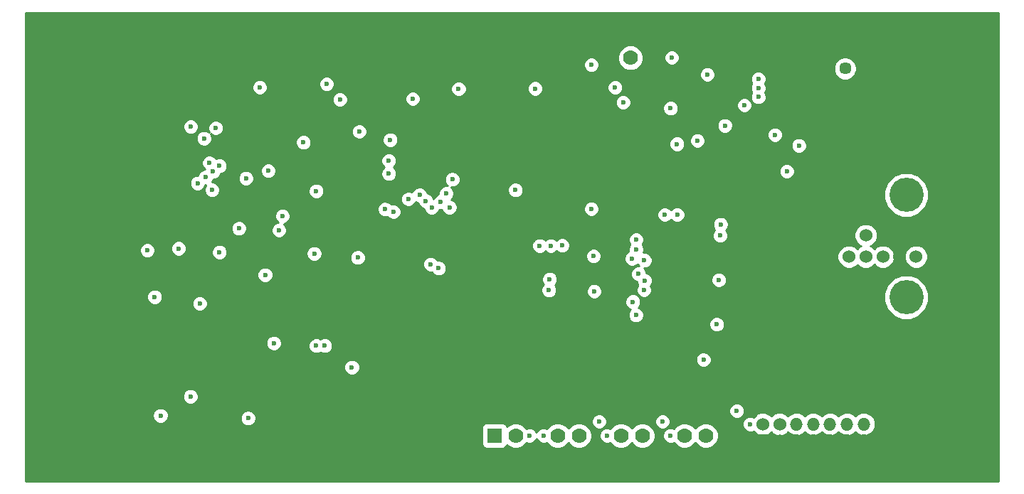
<source format=gbr>
G04 (created by PCBNEW-RS274X (2010-02-09)-RC2) date 30.03.2010 12:29:41*
G01*
G70*
G90*
%MOIN*%
G04 Gerber Fmt 3.4, Leading zero omitted, Abs format*
%FSLAX34Y34*%
G04 APERTURE LIST*
%ADD10C,0.005000*%
%ADD11C,0.007900*%
%ADD12R,0.060000X0.060000*%
%ADD13C,0.060000*%
%ADD14O,0.060000X0.060000*%
%ADD15R,0.057100X0.059100*%
%ADD16C,0.057100*%
%ADD17R,0.118100X0.118100*%
%ADD18C,0.043300*%
%ADD19C,0.070000*%
%ADD20R,0.070000X0.070000*%
%ADD21C,0.160000*%
%ADD22C,0.023600*%
%ADD23C,0.216500*%
%ADD24C,0.010000*%
G04 APERTURE END LIST*
G54D10*
G54D11*
X34780Y-44115D02*
X34780Y-22460D01*
X80060Y-44115D02*
X34780Y-44115D01*
X80060Y-22460D02*
X80060Y-44115D01*
X34780Y-22460D02*
X80060Y-22460D01*
G54D12*
X69170Y-42372D03*
G54D13*
X69170Y-41585D03*
X69957Y-42372D03*
X69957Y-41585D03*
G54D14*
X70745Y-42372D03*
X70745Y-41585D03*
X71532Y-42372D03*
X71532Y-41585D03*
X72320Y-42372D03*
X72320Y-41585D03*
X73107Y-42372D03*
X73107Y-41585D03*
X73894Y-42372D03*
X73894Y-41585D03*
G54D15*
X73810Y-24915D03*
G54D16*
X73023Y-24915D03*
G54D17*
X44700Y-28600D03*
G54D18*
X45000Y-28900D03*
X44700Y-28600D03*
X44400Y-28300D03*
X44400Y-28900D03*
X45000Y-28300D03*
G54D19*
X60560Y-42125D03*
X59560Y-42125D03*
X63525Y-42125D03*
X62525Y-42125D03*
X66495Y-42125D03*
X65495Y-42125D03*
G54D20*
X56595Y-42125D03*
G54D19*
X57595Y-42125D03*
X55595Y-42125D03*
X62970Y-24415D03*
X63970Y-24415D03*
G54D13*
X76352Y-33735D03*
X75565Y-33735D03*
X73203Y-33735D03*
X73990Y-33735D03*
X73990Y-32735D03*
X74790Y-33735D03*
X74790Y-32735D03*
G54D21*
X75890Y-35635D03*
X75890Y-30835D03*
G54D22*
X48650Y-37915D03*
X48250Y-37915D03*
X43545Y-27700D03*
X51650Y-29230D03*
X64470Y-41465D03*
X53095Y-30830D03*
X51715Y-28255D03*
X61135Y-24740D03*
X43245Y-29335D03*
X51650Y-29840D03*
X53380Y-31125D03*
X67950Y-40970D03*
X64570Y-31770D03*
X67390Y-27585D03*
X63235Y-32935D03*
X43065Y-30015D03*
X65160Y-31770D03*
X68300Y-26635D03*
X63235Y-33390D03*
X43415Y-29745D03*
X54490Y-31425D03*
X53660Y-31425D03*
X54340Y-30775D03*
X54075Y-31165D03*
X45605Y-25795D03*
X42375Y-27640D03*
X43375Y-30610D03*
X41800Y-33350D03*
X40685Y-35620D03*
X47650Y-28375D03*
X46000Y-29710D03*
X43715Y-29475D03*
X49360Y-26365D03*
X46675Y-31825D03*
X58915Y-42125D03*
X52775Y-26335D03*
X62250Y-25800D03*
X64900Y-24400D03*
X58240Y-42125D03*
X58500Y-25850D03*
X53605Y-34085D03*
X50265Y-27865D03*
X57580Y-30610D03*
X68575Y-41585D03*
X61880Y-42125D03*
X64850Y-42125D03*
X53980Y-34275D03*
X50195Y-33780D03*
X43715Y-33525D03*
X40955Y-41185D03*
X45060Y-41310D03*
X46505Y-32495D03*
X42360Y-40295D03*
X48155Y-33590D03*
X49920Y-38920D03*
X70290Y-29730D03*
X66575Y-25195D03*
X67010Y-36910D03*
X66390Y-38570D03*
X61275Y-35360D03*
X64850Y-26780D03*
X67110Y-34825D03*
X66105Y-28295D03*
X67190Y-32225D03*
X65150Y-28450D03*
X67170Y-32745D03*
X59185Y-34795D03*
X61135Y-31495D03*
X61240Y-33710D03*
X52565Y-31030D03*
X61500Y-41465D03*
X54625Y-30115D03*
X63620Y-33905D03*
X42690Y-30285D03*
X51475Y-31510D03*
X42790Y-35930D03*
X45855Y-34585D03*
X51875Y-31630D03*
X65295Y-36120D03*
X64275Y-26130D03*
X43135Y-42045D03*
X43415Y-42465D03*
X43080Y-40065D03*
X43315Y-40950D03*
X41425Y-38325D03*
X43315Y-40475D03*
X43080Y-39590D03*
X44405Y-40675D03*
X44405Y-39725D03*
X44295Y-38785D03*
X44960Y-38270D03*
X44295Y-38310D03*
X44405Y-39250D03*
X44405Y-40200D03*
X44405Y-41150D03*
X44195Y-42285D03*
X47110Y-22975D03*
X43105Y-22975D03*
X40040Y-22755D03*
X41890Y-22975D03*
X47110Y-23925D03*
X47110Y-23450D03*
X47115Y-24440D03*
X42935Y-25545D03*
X42265Y-24875D03*
X41890Y-23925D03*
X41890Y-23450D03*
X41905Y-24400D03*
X42600Y-25210D03*
X43740Y-26845D03*
X43740Y-26370D03*
X45500Y-24730D03*
X44830Y-25400D03*
X43840Y-25065D03*
X43170Y-24395D03*
X43105Y-23450D03*
X43105Y-23925D03*
X43505Y-24730D03*
X44175Y-25400D03*
X45165Y-25065D03*
X45835Y-24395D03*
X45890Y-23450D03*
X45890Y-22975D03*
X45890Y-23925D03*
X43375Y-31065D03*
X40655Y-29920D03*
X40240Y-29660D03*
X41105Y-30115D03*
X41595Y-30115D03*
X41625Y-42525D03*
X54915Y-29645D03*
X75870Y-26695D03*
X75870Y-25905D03*
X42350Y-30525D03*
X41900Y-37050D03*
X42450Y-36650D03*
X42085Y-30115D03*
X41900Y-36250D03*
X41895Y-37840D03*
X42100Y-35650D03*
X48785Y-35180D03*
X48550Y-35900D03*
X50350Y-36050D03*
X51620Y-37035D03*
X50350Y-35350D03*
X72950Y-35700D03*
X71800Y-34550D03*
X70200Y-34550D03*
G54D23*
X78090Y-38210D03*
G54D22*
X69350Y-34550D03*
X71000Y-34550D03*
X72400Y-35150D03*
X74050Y-35250D03*
X69350Y-33050D03*
X71750Y-33050D03*
X72550Y-33050D03*
X70950Y-33050D03*
X70150Y-33050D03*
G54D23*
X78090Y-28365D03*
G54D22*
X35075Y-40925D03*
X35910Y-43765D03*
X37490Y-43765D03*
X39070Y-43765D03*
X38280Y-43765D03*
X36700Y-43765D03*
X35120Y-43765D03*
X35075Y-42505D03*
X35075Y-37765D03*
X35075Y-36185D03*
X35075Y-34605D03*
X35075Y-33025D03*
X35075Y-31445D03*
X35075Y-29865D03*
X35075Y-28285D03*
X35075Y-26705D03*
X35075Y-25125D03*
X35075Y-23545D03*
X35910Y-22755D03*
X37490Y-22755D03*
X39070Y-22755D03*
X38280Y-22755D03*
X36700Y-22755D03*
X35075Y-22755D03*
X35075Y-24335D03*
X35075Y-25915D03*
X35075Y-27495D03*
X35075Y-29075D03*
X35075Y-30655D03*
X35075Y-32235D03*
X35075Y-33815D03*
X35075Y-35395D03*
X35075Y-36975D03*
X48400Y-34585D03*
X35075Y-41715D03*
X35075Y-43295D03*
X39070Y-26695D03*
X39070Y-25905D03*
X39050Y-30670D03*
X39070Y-38420D03*
X39070Y-37630D03*
G54D23*
X36750Y-38210D03*
X36750Y-28365D03*
G54D22*
X39075Y-25130D03*
X39070Y-24330D03*
X35075Y-39345D03*
X75870Y-24330D03*
X75865Y-25130D03*
X52245Y-23360D03*
X50625Y-24980D03*
X52245Y-22755D03*
X51685Y-23920D03*
X51125Y-24480D03*
X39070Y-33695D03*
X58555Y-22760D03*
X57755Y-22755D03*
X60120Y-22755D03*
X59330Y-22755D03*
X61700Y-22760D03*
X60905Y-22755D03*
X63265Y-22760D03*
X62480Y-22755D03*
X64845Y-22755D03*
X64055Y-22755D03*
X66420Y-22755D03*
X65630Y-22755D03*
X67995Y-22755D03*
X67205Y-22755D03*
X69570Y-22760D03*
X68780Y-22755D03*
X71145Y-22755D03*
X70355Y-22755D03*
X72730Y-22750D03*
X74310Y-22745D03*
X73505Y-22755D03*
X71930Y-22755D03*
X75875Y-23545D03*
X75870Y-22755D03*
X75080Y-22755D03*
X49095Y-22755D03*
X48305Y-22755D03*
X50670Y-22755D03*
X49880Y-22755D03*
X53820Y-22755D03*
X53030Y-22755D03*
X55400Y-22755D03*
X54605Y-22755D03*
X56970Y-22760D03*
X56180Y-22755D03*
X51120Y-41640D03*
X51400Y-41920D03*
X50095Y-41195D03*
X46755Y-41485D03*
X49535Y-40635D03*
X46755Y-42275D03*
X46755Y-43065D03*
X46755Y-42670D03*
X46755Y-41880D03*
X48695Y-39795D03*
X49255Y-40355D03*
X49815Y-40915D03*
X50380Y-41480D03*
X48975Y-40075D03*
X35075Y-38555D03*
X35075Y-40135D03*
X39070Y-32120D03*
X39070Y-31330D03*
X51455Y-22755D03*
X39070Y-32905D03*
X39035Y-35295D03*
X39070Y-34480D03*
X39070Y-39205D03*
X39070Y-36845D03*
X52580Y-41935D03*
X50960Y-40310D03*
X50400Y-39750D03*
X39070Y-43040D03*
X39070Y-42355D03*
X67685Y-38015D03*
X39075Y-40000D03*
X47785Y-42670D03*
X47785Y-43065D03*
X39070Y-41570D03*
X39070Y-40780D03*
X48180Y-41855D03*
X41760Y-29270D03*
X44830Y-33670D03*
X41620Y-28095D03*
X39070Y-36055D03*
X71935Y-25460D03*
X70765Y-25490D03*
X71345Y-26195D03*
X48390Y-31570D03*
X47635Y-30640D03*
X48935Y-33195D03*
X40325Y-34220D03*
X41300Y-34005D03*
X41125Y-32405D03*
X42365Y-31625D03*
X40470Y-31330D03*
X40960Y-30865D03*
X46865Y-36065D03*
X44815Y-36850D03*
X44345Y-36355D03*
X46800Y-35550D03*
X47400Y-35450D03*
X64165Y-28175D03*
X62785Y-30080D03*
X63340Y-26640D03*
X65260Y-29075D03*
X57460Y-26475D03*
X58330Y-26475D03*
X56785Y-25735D03*
X55215Y-26475D03*
X56615Y-23570D03*
X45460Y-33195D03*
X45115Y-33385D03*
X41425Y-34475D03*
X39070Y-23545D03*
X51620Y-38935D03*
X45815Y-31515D03*
X45235Y-31390D03*
X45535Y-31795D03*
X43440Y-32900D03*
X44055Y-32975D03*
X51030Y-37655D03*
X51620Y-37985D03*
X51620Y-39885D03*
X52225Y-38620D03*
X52225Y-40590D03*
X51240Y-40590D03*
X52225Y-39605D03*
X39820Y-43765D03*
X50680Y-40030D03*
X42540Y-26855D03*
X53095Y-34080D03*
X50495Y-25615D03*
X49945Y-25100D03*
X69230Y-29680D03*
X49385Y-25620D03*
X65805Y-27450D03*
X65345Y-27935D03*
X62950Y-34425D03*
X64880Y-27450D03*
X63745Y-26435D03*
X50635Y-32015D03*
X49345Y-28840D03*
X49755Y-29275D03*
X49530Y-31665D03*
X50175Y-31540D03*
X45995Y-32540D03*
X45595Y-33865D03*
X51185Y-38335D03*
X50675Y-38900D03*
X47740Y-37420D03*
X48130Y-36835D03*
X47740Y-36245D03*
X44675Y-37505D03*
X45870Y-38270D03*
X47780Y-39340D03*
X48185Y-39785D03*
X47780Y-41410D03*
X42765Y-42780D03*
X43805Y-42780D03*
X41425Y-35620D03*
X41955Y-35045D03*
X40955Y-42990D03*
X40400Y-42480D03*
X42380Y-37975D03*
X44290Y-36910D03*
X42050Y-34540D03*
X41895Y-33845D03*
X42415Y-33285D03*
X46350Y-25780D03*
X46110Y-25405D03*
X46315Y-41270D03*
X46700Y-40160D03*
X45415Y-38745D03*
X67105Y-28290D03*
X67605Y-28290D03*
X66605Y-27230D03*
X66605Y-28290D03*
X46560Y-30680D03*
X46105Y-31105D03*
X48180Y-40310D03*
X49350Y-28310D03*
X68000Y-28880D03*
X49755Y-27865D03*
X53680Y-28275D03*
X47180Y-26150D03*
X51545Y-31000D03*
X52500Y-31565D03*
X56780Y-30100D03*
X55945Y-30010D03*
X54085Y-26500D03*
X53640Y-26100D03*
X44295Y-31385D03*
X39735Y-29020D03*
X39785Y-28510D03*
X53300Y-35510D03*
X54375Y-35510D03*
X53840Y-36005D03*
X65400Y-34425D03*
X62945Y-32175D03*
X62950Y-31675D03*
X68195Y-38570D03*
X65395Y-32925D03*
X65395Y-32425D03*
X63095Y-35425D03*
X60585Y-31510D03*
X67685Y-39125D03*
X65425Y-36675D03*
X68135Y-37325D03*
X46785Y-27835D03*
X42940Y-32405D03*
X45555Y-31120D03*
X47555Y-27860D03*
X42055Y-28700D03*
X68225Y-34385D03*
X68125Y-35980D03*
X68125Y-36500D03*
X68095Y-31790D03*
X47780Y-40750D03*
X71320Y-39800D03*
X65395Y-33425D03*
X43005Y-31370D03*
X42940Y-31845D03*
X40235Y-27355D03*
X60250Y-33290D03*
X41680Y-27695D03*
X42795Y-26375D03*
X48270Y-26510D03*
X45935Y-26640D03*
X68675Y-34960D03*
X53165Y-25600D03*
X53095Y-33275D03*
X60255Y-35775D03*
X39760Y-27525D03*
X39795Y-29550D03*
X57580Y-30100D03*
X48670Y-26150D03*
X42315Y-29270D03*
X39730Y-27980D03*
X40620Y-27050D03*
X41560Y-26855D03*
X68095Y-33175D03*
X46475Y-26165D03*
X41070Y-26855D03*
X42050Y-26855D03*
X42995Y-32830D03*
X72800Y-39800D03*
X47720Y-26510D03*
X42175Y-42530D03*
X69735Y-28020D03*
X63085Y-35850D03*
X59775Y-33210D03*
X63045Y-33825D03*
X70860Y-28525D03*
X63230Y-36475D03*
X59150Y-35305D03*
X63605Y-35295D03*
X63350Y-34545D03*
X59245Y-33220D03*
X42995Y-28190D03*
X48740Y-25640D03*
X58715Y-33220D03*
X63625Y-34855D03*
X44960Y-30060D03*
X44630Y-32405D03*
X46265Y-37790D03*
X40335Y-33440D03*
X48250Y-30655D03*
X54920Y-25870D03*
X62625Y-26500D03*
X68960Y-25405D03*
X68960Y-26245D03*
X68960Y-25825D03*
G54D24*
X34630Y-22310D02*
X80210Y-22310D01*
X34630Y-22390D02*
X80210Y-22390D01*
X34630Y-22470D02*
X80210Y-22470D01*
X34630Y-22550D02*
X80210Y-22550D01*
X34630Y-22630D02*
X80210Y-22630D01*
X34630Y-22710D02*
X80210Y-22710D01*
X34630Y-22790D02*
X80210Y-22790D01*
X34630Y-22870D02*
X80210Y-22870D01*
X34630Y-22950D02*
X80210Y-22950D01*
X34630Y-23030D02*
X80210Y-23030D01*
X34630Y-23110D02*
X80210Y-23110D01*
X34630Y-23190D02*
X80210Y-23190D01*
X34630Y-23270D02*
X80210Y-23270D01*
X34630Y-23350D02*
X80210Y-23350D01*
X34630Y-23430D02*
X80210Y-23430D01*
X34630Y-23510D02*
X80210Y-23510D01*
X34630Y-23590D02*
X80210Y-23590D01*
X34630Y-23670D02*
X80210Y-23670D01*
X34630Y-23750D02*
X80210Y-23750D01*
X34630Y-23830D02*
X62818Y-23830D01*
X63123Y-23830D02*
X80210Y-23830D01*
X34630Y-23910D02*
X62628Y-23910D01*
X63312Y-23910D02*
X80210Y-23910D01*
X34630Y-23990D02*
X62548Y-23990D01*
X63392Y-23990D02*
X80210Y-23990D01*
X34630Y-24070D02*
X62468Y-24070D01*
X63472Y-24070D02*
X64736Y-24070D01*
X65066Y-24070D02*
X80210Y-24070D01*
X34630Y-24150D02*
X62432Y-24150D01*
X63509Y-24150D02*
X64630Y-24150D01*
X65171Y-24150D02*
X80210Y-24150D01*
X34630Y-24230D02*
X62399Y-24230D01*
X63542Y-24230D02*
X64572Y-24230D01*
X65228Y-24230D02*
X80210Y-24230D01*
X34630Y-24310D02*
X62371Y-24310D01*
X63569Y-24310D02*
X64539Y-24310D01*
X65261Y-24310D02*
X80210Y-24310D01*
X34630Y-24390D02*
X61019Y-24390D01*
X61252Y-24390D02*
X62371Y-24390D01*
X63569Y-24390D02*
X64532Y-24390D01*
X65268Y-24390D02*
X72893Y-24390D01*
X73154Y-24390D02*
X80210Y-24390D01*
X34630Y-24470D02*
X60885Y-24470D01*
X61386Y-24470D02*
X62371Y-24470D01*
X63569Y-24470D02*
X64532Y-24470D01*
X65268Y-24470D02*
X72712Y-24470D01*
X73335Y-24470D02*
X80210Y-24470D01*
X34630Y-24550D02*
X60816Y-24550D01*
X61455Y-24550D02*
X62377Y-24550D01*
X63562Y-24550D02*
X64563Y-24550D01*
X65236Y-24550D02*
X72632Y-24550D01*
X73415Y-24550D02*
X80210Y-24550D01*
X34630Y-24630D02*
X60783Y-24630D01*
X61488Y-24630D02*
X62410Y-24630D01*
X63529Y-24630D02*
X64609Y-24630D01*
X65190Y-24630D02*
X72563Y-24630D01*
X73485Y-24630D02*
X80210Y-24630D01*
X34630Y-24710D02*
X60767Y-24710D01*
X61503Y-24710D02*
X62443Y-24710D01*
X63496Y-24710D02*
X64689Y-24710D01*
X65110Y-24710D02*
X72529Y-24710D01*
X73518Y-24710D02*
X80210Y-24710D01*
X34630Y-24790D02*
X60767Y-24790D01*
X61503Y-24790D02*
X62498Y-24790D01*
X63442Y-24790D02*
X72496Y-24790D01*
X73551Y-24790D02*
X80210Y-24790D01*
X34630Y-24870D02*
X60790Y-24870D01*
X61479Y-24870D02*
X62578Y-24870D01*
X63362Y-24870D02*
X66399Y-24870D01*
X66753Y-24870D02*
X72488Y-24870D01*
X73558Y-24870D02*
X80210Y-24870D01*
X34630Y-24950D02*
X60824Y-24950D01*
X61445Y-24950D02*
X62696Y-24950D01*
X63243Y-24950D02*
X66300Y-24950D01*
X66851Y-24950D02*
X72488Y-24950D01*
X73558Y-24950D02*
X80210Y-24950D01*
X34630Y-25030D02*
X60904Y-25030D01*
X61365Y-25030D02*
X66245Y-25030D01*
X66905Y-25030D02*
X72491Y-25030D01*
X73554Y-25030D02*
X80210Y-25030D01*
X34630Y-25110D02*
X66212Y-25110D01*
X66939Y-25110D02*
X68735Y-25110D01*
X69186Y-25110D02*
X72524Y-25110D01*
X73521Y-25110D02*
X80210Y-25110D01*
X34630Y-25190D02*
X66207Y-25190D01*
X66943Y-25190D02*
X68655Y-25190D01*
X69266Y-25190D02*
X72557Y-25190D01*
X73487Y-25190D02*
X80210Y-25190D01*
X34630Y-25270D02*
X66207Y-25270D01*
X66942Y-25270D02*
X68618Y-25270D01*
X69303Y-25270D02*
X72621Y-25270D01*
X73424Y-25270D02*
X80210Y-25270D01*
X34630Y-25350D02*
X48510Y-25350D01*
X48971Y-25350D02*
X66241Y-25350D01*
X66909Y-25350D02*
X68592Y-25350D01*
X69328Y-25350D02*
X72701Y-25350D01*
X73344Y-25350D02*
X80210Y-25350D01*
X34630Y-25430D02*
X45525Y-25430D01*
X45686Y-25430D02*
X48430Y-25430D01*
X49051Y-25430D02*
X66289Y-25430D01*
X66860Y-25430D02*
X68592Y-25430D01*
X69328Y-25430D02*
X72868Y-25430D01*
X73177Y-25430D02*
X80210Y-25430D01*
X34630Y-25510D02*
X45370Y-25510D01*
X45841Y-25510D02*
X48396Y-25510D01*
X49085Y-25510D02*
X54828Y-25510D01*
X55013Y-25510D02*
X58360Y-25510D01*
X58641Y-25510D02*
X62020Y-25510D01*
X62481Y-25510D02*
X66373Y-25510D01*
X66775Y-25510D02*
X68605Y-25510D01*
X69314Y-25510D02*
X80210Y-25510D01*
X34630Y-25590D02*
X45292Y-25590D01*
X45919Y-25590D02*
X48372Y-25590D01*
X49108Y-25590D02*
X54680Y-25590D01*
X55161Y-25590D02*
X58240Y-25590D01*
X58761Y-25590D02*
X61940Y-25590D01*
X62561Y-25590D02*
X68638Y-25590D01*
X69281Y-25590D02*
X80210Y-25590D01*
X34630Y-25670D02*
X45259Y-25670D01*
X45952Y-25670D02*
X48372Y-25670D01*
X49108Y-25670D02*
X54605Y-25670D01*
X55236Y-25670D02*
X58177Y-25670D01*
X58824Y-25670D02*
X61906Y-25670D01*
X62595Y-25670D02*
X68626Y-25670D01*
X69294Y-25670D02*
X80210Y-25670D01*
X34630Y-25750D02*
X45237Y-25750D01*
X45973Y-25750D02*
X48387Y-25750D01*
X49092Y-25750D02*
X54572Y-25750D01*
X55269Y-25750D02*
X58144Y-25750D01*
X58857Y-25750D02*
X61882Y-25750D01*
X62618Y-25750D02*
X68593Y-25750D01*
X69328Y-25750D02*
X80210Y-25750D01*
X34630Y-25830D02*
X45237Y-25830D01*
X45973Y-25830D02*
X48420Y-25830D01*
X49059Y-25830D02*
X54552Y-25830D01*
X55288Y-25830D02*
X58132Y-25830D01*
X58868Y-25830D02*
X61882Y-25830D01*
X62618Y-25830D02*
X68592Y-25830D01*
X69328Y-25830D02*
X80210Y-25830D01*
X34630Y-25910D02*
X45254Y-25910D01*
X45955Y-25910D02*
X48489Y-25910D01*
X48990Y-25910D02*
X54552Y-25910D01*
X55288Y-25910D02*
X58132Y-25910D01*
X58868Y-25910D02*
X61897Y-25910D01*
X62602Y-25910D02*
X68596Y-25910D01*
X69323Y-25910D02*
X80210Y-25910D01*
X34630Y-25990D02*
X45287Y-25990D01*
X45922Y-25990D02*
X48623Y-25990D01*
X48856Y-25990D02*
X52647Y-25990D01*
X52904Y-25990D02*
X54571Y-25990D01*
X55268Y-25990D02*
X58159Y-25990D01*
X58840Y-25990D02*
X61930Y-25990D01*
X62569Y-25990D02*
X68630Y-25990D01*
X69290Y-25990D02*
X80210Y-25990D01*
X34630Y-26070D02*
X45359Y-26070D01*
X45850Y-26070D02*
X49135Y-26070D01*
X49586Y-26070D02*
X52520Y-26070D01*
X53031Y-26070D02*
X54604Y-26070D01*
X55235Y-26070D02*
X58199Y-26070D01*
X58800Y-26070D02*
X61999Y-26070D01*
X62500Y-26070D02*
X68634Y-26070D01*
X69286Y-26070D02*
X80210Y-26070D01*
X34630Y-26150D02*
X45500Y-26150D01*
X45709Y-26150D02*
X49055Y-26150D01*
X49666Y-26150D02*
X52454Y-26150D01*
X53097Y-26150D02*
X54679Y-26150D01*
X55160Y-26150D02*
X58279Y-26150D01*
X58720Y-26150D02*
X62133Y-26150D01*
X62366Y-26150D02*
X62509Y-26150D01*
X62742Y-26150D02*
X68602Y-26150D01*
X69319Y-26150D02*
X80210Y-26150D01*
X34630Y-26230D02*
X49018Y-26230D01*
X49703Y-26230D02*
X52421Y-26230D01*
X53130Y-26230D02*
X54827Y-26230D01*
X55012Y-26230D02*
X62375Y-26230D01*
X62876Y-26230D02*
X68592Y-26230D01*
X69328Y-26230D02*
X80210Y-26230D01*
X34630Y-26310D02*
X48992Y-26310D01*
X49728Y-26310D02*
X52407Y-26310D01*
X53143Y-26310D02*
X62306Y-26310D01*
X62945Y-26310D02*
X68124Y-26310D01*
X68478Y-26310D02*
X68592Y-26310D01*
X69328Y-26310D02*
X80210Y-26310D01*
X34630Y-26390D02*
X48992Y-26390D01*
X49728Y-26390D02*
X52407Y-26390D01*
X53143Y-26390D02*
X62273Y-26390D01*
X62978Y-26390D02*
X68025Y-26390D01*
X68576Y-26390D02*
X68621Y-26390D01*
X69298Y-26390D02*
X80210Y-26390D01*
X34630Y-26470D02*
X49005Y-26470D01*
X49714Y-26470D02*
X52432Y-26470D01*
X53117Y-26470D02*
X62257Y-26470D01*
X62993Y-26470D02*
X64640Y-26470D01*
X65061Y-26470D02*
X67970Y-26470D01*
X68630Y-26470D02*
X68664Y-26470D01*
X69255Y-26470D02*
X80210Y-26470D01*
X34630Y-26550D02*
X49038Y-26550D01*
X49681Y-26550D02*
X52469Y-26550D01*
X53080Y-26550D02*
X62257Y-26550D01*
X62993Y-26550D02*
X64560Y-26550D01*
X65141Y-26550D02*
X67937Y-26550D01*
X68664Y-26550D02*
X68744Y-26550D01*
X69175Y-26550D02*
X80210Y-26550D01*
X34630Y-26630D02*
X49104Y-26630D01*
X49615Y-26630D02*
X52549Y-26630D01*
X53000Y-26630D02*
X62280Y-26630D01*
X62969Y-26630D02*
X64514Y-26630D01*
X65187Y-26630D02*
X67932Y-26630D01*
X68668Y-26630D02*
X80210Y-26630D01*
X34630Y-26710D02*
X49231Y-26710D01*
X49488Y-26710D02*
X62314Y-26710D01*
X62935Y-26710D02*
X64482Y-26710D01*
X65218Y-26710D02*
X67932Y-26710D01*
X68667Y-26710D02*
X80210Y-26710D01*
X34630Y-26790D02*
X62394Y-26790D01*
X62855Y-26790D02*
X64482Y-26790D01*
X65218Y-26790D02*
X67966Y-26790D01*
X68634Y-26790D02*
X80210Y-26790D01*
X34630Y-26870D02*
X64489Y-26870D01*
X65211Y-26870D02*
X68014Y-26870D01*
X68585Y-26870D02*
X80210Y-26870D01*
X34630Y-26950D02*
X64522Y-26950D01*
X65178Y-26950D02*
X68098Y-26950D01*
X68500Y-26950D02*
X80210Y-26950D01*
X34630Y-27030D02*
X64579Y-27030D01*
X65120Y-27030D02*
X80210Y-27030D01*
X34630Y-27110D02*
X64684Y-27110D01*
X65014Y-27110D02*
X80210Y-27110D01*
X34630Y-27190D02*
X80210Y-27190D01*
X34630Y-27270D02*
X67190Y-27270D01*
X67592Y-27270D02*
X80210Y-27270D01*
X34630Y-27350D02*
X42145Y-27350D01*
X42606Y-27350D02*
X43429Y-27350D01*
X43662Y-27350D02*
X67105Y-27350D01*
X67676Y-27350D02*
X80210Y-27350D01*
X34630Y-27430D02*
X42065Y-27430D01*
X42686Y-27430D02*
X43295Y-27430D01*
X43796Y-27430D02*
X67056Y-27430D01*
X67724Y-27430D02*
X80210Y-27430D01*
X34630Y-27510D02*
X42031Y-27510D01*
X42720Y-27510D02*
X43226Y-27510D01*
X43865Y-27510D02*
X50161Y-27510D01*
X50370Y-27510D02*
X67023Y-27510D01*
X67758Y-27510D02*
X80210Y-27510D01*
X34630Y-27590D02*
X42007Y-27590D01*
X42743Y-27590D02*
X43193Y-27590D01*
X43898Y-27590D02*
X50020Y-27590D01*
X50511Y-27590D02*
X67022Y-27590D01*
X67758Y-27590D02*
X80210Y-27590D01*
X34630Y-27670D02*
X42007Y-27670D01*
X42743Y-27670D02*
X43177Y-27670D01*
X43913Y-27670D02*
X49948Y-27670D01*
X50583Y-27670D02*
X67026Y-27670D01*
X67753Y-27670D02*
X69619Y-27670D01*
X69852Y-27670D02*
X80210Y-27670D01*
X34630Y-27750D02*
X42022Y-27750D01*
X42727Y-27750D02*
X43177Y-27750D01*
X43913Y-27750D02*
X49915Y-27750D01*
X50616Y-27750D02*
X67060Y-27750D01*
X67720Y-27750D02*
X69485Y-27750D01*
X69986Y-27750D02*
X80210Y-27750D01*
X34630Y-27830D02*
X42055Y-27830D01*
X42694Y-27830D02*
X42903Y-27830D01*
X43088Y-27830D02*
X43200Y-27830D01*
X43889Y-27830D02*
X49897Y-27830D01*
X50633Y-27830D02*
X67114Y-27830D01*
X67665Y-27830D02*
X69416Y-27830D01*
X70055Y-27830D02*
X80210Y-27830D01*
X34630Y-27910D02*
X42124Y-27910D01*
X42625Y-27910D02*
X42755Y-27910D01*
X43855Y-27910D02*
X49897Y-27910D01*
X50633Y-27910D02*
X51587Y-27910D01*
X51844Y-27910D02*
X67212Y-27910D01*
X67566Y-27910D02*
X69383Y-27910D01*
X70088Y-27910D02*
X80210Y-27910D01*
X34630Y-27990D02*
X42258Y-27990D01*
X42491Y-27990D02*
X42680Y-27990D01*
X43310Y-27990D02*
X43314Y-27990D01*
X43775Y-27990D02*
X49918Y-27990D01*
X50611Y-27990D02*
X51460Y-27990D01*
X51971Y-27990D02*
X65890Y-27990D01*
X66321Y-27990D02*
X69367Y-27990D01*
X70103Y-27990D02*
X80210Y-27990D01*
X34630Y-28070D02*
X42647Y-28070D01*
X43344Y-28070D02*
X47435Y-28070D01*
X47866Y-28070D02*
X49951Y-28070D01*
X50578Y-28070D02*
X51394Y-28070D01*
X52037Y-28070D02*
X65810Y-28070D01*
X66401Y-28070D02*
X69367Y-28070D01*
X70103Y-28070D02*
X80210Y-28070D01*
X34630Y-28150D02*
X42627Y-28150D01*
X43363Y-28150D02*
X47355Y-28150D01*
X47946Y-28150D02*
X50029Y-28150D01*
X50500Y-28150D02*
X51361Y-28150D01*
X52070Y-28150D02*
X64930Y-28150D01*
X65371Y-28150D02*
X65767Y-28150D01*
X66444Y-28150D02*
X69390Y-28150D01*
X70079Y-28150D02*
X80210Y-28150D01*
X34630Y-28230D02*
X42627Y-28230D01*
X43363Y-28230D02*
X47312Y-28230D01*
X47989Y-28230D02*
X50184Y-28230D01*
X50345Y-28230D02*
X51347Y-28230D01*
X52083Y-28230D02*
X64850Y-28230D01*
X65451Y-28230D02*
X65737Y-28230D01*
X66473Y-28230D02*
X69424Y-28230D01*
X70045Y-28230D02*
X70635Y-28230D01*
X71086Y-28230D02*
X80210Y-28230D01*
X34630Y-28310D02*
X42646Y-28310D01*
X43343Y-28310D02*
X47282Y-28310D01*
X48018Y-28310D02*
X51347Y-28310D01*
X52083Y-28310D02*
X64810Y-28310D01*
X65491Y-28310D02*
X65737Y-28310D01*
X66473Y-28310D02*
X69504Y-28310D01*
X69965Y-28310D02*
X70555Y-28310D01*
X71166Y-28310D02*
X80210Y-28310D01*
X34630Y-28390D02*
X42679Y-28390D01*
X43310Y-28390D02*
X47282Y-28390D01*
X48018Y-28390D02*
X51372Y-28390D01*
X52057Y-28390D02*
X64782Y-28390D01*
X65518Y-28390D02*
X65746Y-28390D01*
X66463Y-28390D02*
X70518Y-28390D01*
X71203Y-28390D02*
X80210Y-28390D01*
X34630Y-28470D02*
X42754Y-28470D01*
X43235Y-28470D02*
X47291Y-28470D01*
X48008Y-28470D02*
X51409Y-28470D01*
X52020Y-28470D02*
X64782Y-28470D01*
X65518Y-28470D02*
X65779Y-28470D01*
X66431Y-28470D02*
X70492Y-28470D01*
X71228Y-28470D02*
X80210Y-28470D01*
X34630Y-28550D02*
X42902Y-28550D01*
X43087Y-28550D02*
X47324Y-28550D01*
X47976Y-28550D02*
X51489Y-28550D01*
X51940Y-28550D02*
X64793Y-28550D01*
X65506Y-28550D02*
X65839Y-28550D01*
X66370Y-28550D02*
X70492Y-28550D01*
X71228Y-28550D02*
X80210Y-28550D01*
X34630Y-28630D02*
X47384Y-28630D01*
X47915Y-28630D02*
X64826Y-28630D01*
X65473Y-28630D02*
X65951Y-28630D01*
X66257Y-28630D02*
X70505Y-28630D01*
X71214Y-28630D02*
X80210Y-28630D01*
X34630Y-28710D02*
X47496Y-28710D01*
X47802Y-28710D02*
X64889Y-28710D01*
X65410Y-28710D02*
X70538Y-28710D01*
X71181Y-28710D02*
X80210Y-28710D01*
X34630Y-28790D02*
X65009Y-28790D01*
X65290Y-28790D02*
X70604Y-28790D01*
X71115Y-28790D02*
X80210Y-28790D01*
X34630Y-28870D02*
X51558Y-28870D01*
X51743Y-28870D02*
X70731Y-28870D01*
X70988Y-28870D02*
X80210Y-28870D01*
X34630Y-28950D02*
X51410Y-28950D01*
X51891Y-28950D02*
X80210Y-28950D01*
X34630Y-29030D02*
X43030Y-29030D01*
X43461Y-29030D02*
X51335Y-29030D01*
X51966Y-29030D02*
X80210Y-29030D01*
X34630Y-29110D02*
X42950Y-29110D01*
X43541Y-29110D02*
X43635Y-29110D01*
X43796Y-29110D02*
X51302Y-29110D01*
X51999Y-29110D02*
X80210Y-29110D01*
X34630Y-29190D02*
X42907Y-29190D01*
X43951Y-29190D02*
X51282Y-29190D01*
X52018Y-29190D02*
X80210Y-29190D01*
X34630Y-29270D02*
X42877Y-29270D01*
X44029Y-29270D02*
X51282Y-29270D01*
X52018Y-29270D02*
X80210Y-29270D01*
X34630Y-29350D02*
X42877Y-29350D01*
X44062Y-29350D02*
X45908Y-29350D01*
X46093Y-29350D02*
X51301Y-29350D01*
X51998Y-29350D02*
X80210Y-29350D01*
X34630Y-29430D02*
X42886Y-29430D01*
X44083Y-29430D02*
X45760Y-29430D01*
X46241Y-29430D02*
X51334Y-29430D01*
X51965Y-29430D02*
X70070Y-29430D01*
X70511Y-29430D02*
X80210Y-29430D01*
X34630Y-29510D02*
X42919Y-29510D01*
X44083Y-29510D02*
X45685Y-29510D01*
X46316Y-29510D02*
X51409Y-29510D01*
X51889Y-29510D02*
X69990Y-29510D01*
X70591Y-29510D02*
X80210Y-29510D01*
X34630Y-29590D02*
X42979Y-29590D01*
X44065Y-29590D02*
X45652Y-29590D01*
X46349Y-29590D02*
X51379Y-29590D01*
X51921Y-29590D02*
X69950Y-29590D01*
X70631Y-29590D02*
X80210Y-29590D01*
X34630Y-29670D02*
X42937Y-29670D01*
X44032Y-29670D02*
X45632Y-29670D01*
X46368Y-29670D02*
X51322Y-29670D01*
X51978Y-29670D02*
X69922Y-29670D01*
X70658Y-29670D02*
X80210Y-29670D01*
X34630Y-29750D02*
X42810Y-29750D01*
X43960Y-29750D02*
X44750Y-29750D01*
X45171Y-29750D02*
X45632Y-29750D01*
X46368Y-29750D02*
X51289Y-29750D01*
X52011Y-29750D02*
X54545Y-29750D01*
X54706Y-29750D02*
X69922Y-29750D01*
X70658Y-29750D02*
X80210Y-29750D01*
X34630Y-29830D02*
X42744Y-29830D01*
X43819Y-29830D02*
X44670Y-29830D01*
X45251Y-29830D02*
X45651Y-29830D01*
X46348Y-29830D02*
X51282Y-29830D01*
X52018Y-29830D02*
X54390Y-29830D01*
X54861Y-29830D02*
X69933Y-29830D01*
X70646Y-29830D02*
X75574Y-29830D01*
X76209Y-29830D02*
X80210Y-29830D01*
X34630Y-29910D02*
X42710Y-29910D01*
X43744Y-29910D02*
X44624Y-29910D01*
X45297Y-29910D02*
X45684Y-29910D01*
X46315Y-29910D02*
X51282Y-29910D01*
X52018Y-29910D02*
X54312Y-29910D01*
X54939Y-29910D02*
X69966Y-29910D01*
X70613Y-29910D02*
X75381Y-29910D01*
X76401Y-29910D02*
X80210Y-29910D01*
X34630Y-29990D02*
X42465Y-29990D01*
X43690Y-29990D02*
X44592Y-29990D01*
X45328Y-29990D02*
X45759Y-29990D01*
X46240Y-29990D02*
X51313Y-29990D01*
X51986Y-29990D02*
X54279Y-29990D01*
X54972Y-29990D02*
X70029Y-29990D01*
X70550Y-29990D02*
X75251Y-29990D01*
X76530Y-29990D02*
X80210Y-29990D01*
X34630Y-30070D02*
X42385Y-30070D01*
X43591Y-30070D02*
X44592Y-30070D01*
X45328Y-30070D02*
X45907Y-30070D01*
X46092Y-30070D02*
X51359Y-30070D01*
X51940Y-30070D02*
X54257Y-30070D01*
X54993Y-30070D02*
X70149Y-30070D01*
X70430Y-30070D02*
X75171Y-30070D01*
X76610Y-30070D02*
X80210Y-30070D01*
X34630Y-30150D02*
X42348Y-30150D01*
X43407Y-30150D02*
X44599Y-30150D01*
X45321Y-30150D02*
X51439Y-30150D01*
X51860Y-30150D02*
X54257Y-30150D01*
X54993Y-30150D02*
X75091Y-30150D01*
X76690Y-30150D02*
X80210Y-30150D01*
X34630Y-30230D02*
X42322Y-30230D01*
X43370Y-30230D02*
X44632Y-30230D01*
X45288Y-30230D02*
X54274Y-30230D01*
X54975Y-30230D02*
X75011Y-30230D01*
X76770Y-30230D02*
X80210Y-30230D01*
X34630Y-30310D02*
X42322Y-30310D01*
X43596Y-30310D02*
X44689Y-30310D01*
X45230Y-30310D02*
X48122Y-30310D01*
X48379Y-30310D02*
X54307Y-30310D01*
X54942Y-30310D02*
X57360Y-30310D01*
X57801Y-30310D02*
X74971Y-30310D01*
X76809Y-30310D02*
X80210Y-30310D01*
X34630Y-30390D02*
X42335Y-30390D01*
X43044Y-30390D02*
X43074Y-30390D01*
X43676Y-30390D02*
X44794Y-30390D01*
X45124Y-30390D02*
X47995Y-30390D01*
X48506Y-30390D02*
X54379Y-30390D01*
X54870Y-30390D02*
X57280Y-30390D01*
X57881Y-30390D02*
X74938Y-30390D01*
X76842Y-30390D02*
X80210Y-30390D01*
X34630Y-30470D02*
X42368Y-30470D01*
X43011Y-30470D02*
X43035Y-30470D01*
X43716Y-30470D02*
X47929Y-30470D01*
X48572Y-30470D02*
X53003Y-30470D01*
X53188Y-30470D02*
X54125Y-30470D01*
X54729Y-30470D02*
X57240Y-30470D01*
X57921Y-30470D02*
X74905Y-30470D01*
X76875Y-30470D02*
X80210Y-30470D01*
X34630Y-30550D02*
X42434Y-30550D01*
X42945Y-30550D02*
X43007Y-30550D01*
X43743Y-30550D02*
X47896Y-30550D01*
X48605Y-30550D02*
X52855Y-30550D01*
X53336Y-30550D02*
X54045Y-30550D01*
X54635Y-30550D02*
X57212Y-30550D01*
X57948Y-30550D02*
X74872Y-30550D01*
X76909Y-30550D02*
X80210Y-30550D01*
X34630Y-30630D02*
X42561Y-30630D01*
X42818Y-30630D02*
X43007Y-30630D01*
X43743Y-30630D02*
X47882Y-30630D01*
X48618Y-30630D02*
X52780Y-30630D01*
X53411Y-30630D02*
X54002Y-30630D01*
X54679Y-30630D02*
X57212Y-30630D01*
X57948Y-30630D02*
X74840Y-30630D01*
X76940Y-30630D02*
X80210Y-30630D01*
X34630Y-30710D02*
X43018Y-30710D01*
X43731Y-30710D02*
X47882Y-30710D01*
X48618Y-30710D02*
X52377Y-30710D01*
X53444Y-30710D02*
X53972Y-30710D01*
X54708Y-30710D02*
X57223Y-30710D01*
X57936Y-30710D02*
X74840Y-30710D01*
X76940Y-30710D02*
X80210Y-30710D01*
X34630Y-30790D02*
X43051Y-30790D01*
X43698Y-30790D02*
X47907Y-30790D01*
X48592Y-30790D02*
X52285Y-30790D01*
X53534Y-30790D02*
X53972Y-30790D01*
X54708Y-30790D02*
X57256Y-30790D01*
X57903Y-30790D02*
X74840Y-30790D01*
X76940Y-30790D02*
X80210Y-30790D01*
X34630Y-30870D02*
X43114Y-30870D01*
X43635Y-30870D02*
X47944Y-30870D01*
X48555Y-30870D02*
X52233Y-30870D01*
X53646Y-30870D02*
X53850Y-30870D01*
X54698Y-30870D02*
X57319Y-30870D01*
X57840Y-30870D02*
X74840Y-30870D01*
X76940Y-30870D02*
X80210Y-30870D01*
X34630Y-30950D02*
X43234Y-30950D01*
X43515Y-30950D02*
X48024Y-30950D01*
X48475Y-30950D02*
X52200Y-30950D01*
X53706Y-30950D02*
X53770Y-30950D01*
X54666Y-30950D02*
X57439Y-30950D01*
X57720Y-30950D02*
X74840Y-30950D01*
X76940Y-30950D02*
X80210Y-30950D01*
X34630Y-31030D02*
X52197Y-31030D01*
X54604Y-31030D02*
X74840Y-31030D01*
X76940Y-31030D02*
X80210Y-31030D01*
X34630Y-31110D02*
X52199Y-31110D01*
X54692Y-31110D02*
X74867Y-31110D01*
X76912Y-31110D02*
X80210Y-31110D01*
X34630Y-31190D02*
X51287Y-31190D01*
X51665Y-31190D02*
X52233Y-31190D01*
X52896Y-31190D02*
X53004Y-31190D01*
X54776Y-31190D02*
X60920Y-31190D01*
X61351Y-31190D02*
X74900Y-31190D01*
X76879Y-31190D02*
X80210Y-31190D01*
X34630Y-31270D02*
X51195Y-31270D01*
X51756Y-31270D02*
X51783Y-31270D01*
X51968Y-31270D02*
X52284Y-31270D01*
X52845Y-31270D02*
X53041Y-31270D01*
X54824Y-31270D02*
X60840Y-31270D01*
X61431Y-31270D02*
X74934Y-31270D01*
X76846Y-31270D02*
X80210Y-31270D01*
X34630Y-31350D02*
X51143Y-31350D01*
X52116Y-31350D02*
X52375Y-31350D01*
X52753Y-31350D02*
X53084Y-31350D01*
X54858Y-31350D02*
X60797Y-31350D01*
X61474Y-31350D02*
X74967Y-31350D01*
X76813Y-31350D02*
X80210Y-31350D01*
X34630Y-31430D02*
X51110Y-31430D01*
X52191Y-31430D02*
X53164Y-31430D01*
X54858Y-31430D02*
X60767Y-31430D01*
X61503Y-31430D02*
X64430Y-31430D01*
X64712Y-31430D02*
X65020Y-31430D01*
X65301Y-31430D02*
X75000Y-31430D01*
X76780Y-31430D02*
X80210Y-31430D01*
X34630Y-31510D02*
X46475Y-31510D01*
X46877Y-31510D02*
X51107Y-31510D01*
X52224Y-31510D02*
X53296Y-31510D01*
X54853Y-31510D02*
X60767Y-31510D01*
X61503Y-31510D02*
X64310Y-31510D01*
X64831Y-31510D02*
X64899Y-31510D01*
X65421Y-31510D02*
X75080Y-31510D01*
X76699Y-31510D02*
X80210Y-31510D01*
X34630Y-31590D02*
X46390Y-31590D01*
X46961Y-31590D02*
X51109Y-31590D01*
X52243Y-31590D02*
X53330Y-31590D01*
X53989Y-31590D02*
X54159Y-31590D01*
X54820Y-31590D02*
X60776Y-31590D01*
X61493Y-31590D02*
X64247Y-31590D01*
X65484Y-31590D02*
X75160Y-31590D01*
X76619Y-31590D02*
X80210Y-31590D01*
X34630Y-31670D02*
X46341Y-31670D01*
X47009Y-31670D02*
X51143Y-31670D01*
X52243Y-31670D02*
X53384Y-31670D01*
X53935Y-31670D02*
X54214Y-31670D01*
X54765Y-31670D02*
X60809Y-31670D01*
X61461Y-31670D02*
X64214Y-31670D01*
X65517Y-31670D02*
X75240Y-31670D01*
X76539Y-31670D02*
X80210Y-31670D01*
X34630Y-31750D02*
X46308Y-31750D01*
X47043Y-31750D02*
X51194Y-31750D01*
X52223Y-31750D02*
X53482Y-31750D01*
X53836Y-31750D02*
X54312Y-31750D01*
X54666Y-31750D02*
X60869Y-31750D01*
X61400Y-31750D02*
X64202Y-31750D01*
X65528Y-31750D02*
X75355Y-31750D01*
X76423Y-31750D02*
X80210Y-31750D01*
X34630Y-31830D02*
X46307Y-31830D01*
X47043Y-31830D02*
X51285Y-31830D01*
X52190Y-31830D02*
X60981Y-31830D01*
X61287Y-31830D02*
X64202Y-31830D01*
X65528Y-31830D02*
X75547Y-31830D01*
X76230Y-31830D02*
X80210Y-31830D01*
X34630Y-31910D02*
X46311Y-31910D01*
X47038Y-31910D02*
X51634Y-31910D01*
X52115Y-31910D02*
X64229Y-31910D01*
X65500Y-31910D02*
X66990Y-31910D01*
X67392Y-31910D02*
X80210Y-31910D01*
X34630Y-31990D02*
X46345Y-31990D01*
X47005Y-31990D02*
X51782Y-31990D01*
X51967Y-31990D02*
X64269Y-31990D01*
X65460Y-31990D02*
X66905Y-31990D01*
X67476Y-31990D02*
X80210Y-31990D01*
X34630Y-32070D02*
X44478Y-32070D01*
X44784Y-32070D02*
X46399Y-32070D01*
X46950Y-32070D02*
X64349Y-32070D01*
X64790Y-32070D02*
X64939Y-32070D01*
X65380Y-32070D02*
X66856Y-32070D01*
X67524Y-32070D02*
X80210Y-32070D01*
X34630Y-32150D02*
X44365Y-32150D01*
X44896Y-32150D02*
X46377Y-32150D01*
X46851Y-32150D02*
X66823Y-32150D01*
X67558Y-32150D02*
X80210Y-32150D01*
X34630Y-32230D02*
X44304Y-32230D01*
X44956Y-32230D02*
X46250Y-32230D01*
X46760Y-32230D02*
X66822Y-32230D01*
X67558Y-32230D02*
X73776Y-32230D01*
X74205Y-32230D02*
X80210Y-32230D01*
X34630Y-32310D02*
X44272Y-32310D01*
X44989Y-32310D02*
X46184Y-32310D01*
X46827Y-32310D02*
X66826Y-32310D01*
X67553Y-32310D02*
X73639Y-32310D01*
X74341Y-32310D02*
X80210Y-32310D01*
X34630Y-32390D02*
X44262Y-32390D01*
X44998Y-32390D02*
X46151Y-32390D01*
X46860Y-32390D02*
X66860Y-32390D01*
X67520Y-32390D02*
X73559Y-32390D01*
X74421Y-32390D02*
X80210Y-32390D01*
X34630Y-32470D02*
X44262Y-32470D01*
X44998Y-32470D02*
X46137Y-32470D01*
X46873Y-32470D02*
X66915Y-32470D01*
X67465Y-32470D02*
X73506Y-32470D01*
X74475Y-32470D02*
X80210Y-32470D01*
X34630Y-32550D02*
X44291Y-32550D01*
X44968Y-32550D02*
X46137Y-32550D01*
X46873Y-32550D02*
X66853Y-32550D01*
X67488Y-32550D02*
X73473Y-32550D01*
X74508Y-32550D02*
X80210Y-32550D01*
X34630Y-32630D02*
X44334Y-32630D01*
X44925Y-32630D02*
X46162Y-32630D01*
X46847Y-32630D02*
X63020Y-32630D01*
X63451Y-32630D02*
X66820Y-32630D01*
X67521Y-32630D02*
X73441Y-32630D01*
X74539Y-32630D02*
X80210Y-32630D01*
X34630Y-32710D02*
X44414Y-32710D01*
X44845Y-32710D02*
X46199Y-32710D01*
X46810Y-32710D02*
X62940Y-32710D01*
X63531Y-32710D02*
X66802Y-32710D01*
X67538Y-32710D02*
X73441Y-32710D01*
X74539Y-32710D02*
X80210Y-32710D01*
X34630Y-32790D02*
X46279Y-32790D01*
X46730Y-32790D02*
X62897Y-32790D01*
X63574Y-32790D02*
X66802Y-32790D01*
X67538Y-32790D02*
X73441Y-32790D01*
X74539Y-32790D02*
X80210Y-32790D01*
X34630Y-32870D02*
X58599Y-32870D01*
X58832Y-32870D02*
X59129Y-32870D01*
X59362Y-32870D02*
X59635Y-32870D01*
X59916Y-32870D02*
X62867Y-32870D01*
X63603Y-32870D02*
X66823Y-32870D01*
X67516Y-32870D02*
X73451Y-32870D01*
X74528Y-32870D02*
X80210Y-32870D01*
X34630Y-32950D02*
X58465Y-32950D01*
X58966Y-32950D02*
X58994Y-32950D01*
X59496Y-32950D02*
X59514Y-32950D01*
X60036Y-32950D02*
X62867Y-32950D01*
X63603Y-32950D02*
X66856Y-32950D01*
X67483Y-32950D02*
X73485Y-32950D01*
X74494Y-32950D02*
X80210Y-32950D01*
X34630Y-33030D02*
X41612Y-33030D01*
X41990Y-33030D02*
X58396Y-33030D01*
X60099Y-33030D02*
X62876Y-33030D01*
X63593Y-33030D02*
X66934Y-33030D01*
X67405Y-33030D02*
X73518Y-33030D01*
X74461Y-33030D02*
X80210Y-33030D01*
X34630Y-33110D02*
X40171Y-33110D01*
X40501Y-33110D02*
X41520Y-33110D01*
X42081Y-33110D02*
X58363Y-33110D01*
X60132Y-33110D02*
X62909Y-33110D01*
X63561Y-33110D02*
X67089Y-33110D01*
X67250Y-33110D02*
X73589Y-33110D01*
X74391Y-33110D02*
X80210Y-33110D01*
X34630Y-33190D02*
X40065Y-33190D01*
X40606Y-33190D02*
X41468Y-33190D01*
X42132Y-33190D02*
X43563Y-33190D01*
X43869Y-33190D02*
X58347Y-33190D01*
X60143Y-33190D02*
X62920Y-33190D01*
X63551Y-33190D02*
X73085Y-33190D01*
X73322Y-33190D02*
X73669Y-33190D01*
X74311Y-33190D02*
X74672Y-33190D01*
X74909Y-33190D02*
X76234Y-33190D01*
X76471Y-33190D02*
X80210Y-33190D01*
X34630Y-33270D02*
X40007Y-33270D01*
X40663Y-33270D02*
X41435Y-33270D01*
X42166Y-33270D02*
X43450Y-33270D01*
X43981Y-33270D02*
X47967Y-33270D01*
X48345Y-33270D02*
X58347Y-33270D01*
X60143Y-33270D02*
X62887Y-33270D01*
X63584Y-33270D02*
X72892Y-33270D01*
X73514Y-33270D02*
X73679Y-33270D01*
X74301Y-33270D02*
X74479Y-33270D01*
X75101Y-33270D02*
X76041Y-33270D01*
X76663Y-33270D02*
X80210Y-33270D01*
X34630Y-33350D02*
X39974Y-33350D01*
X40696Y-33350D02*
X41432Y-33350D01*
X42168Y-33350D02*
X43389Y-33350D01*
X44041Y-33350D02*
X47875Y-33350D01*
X48436Y-33350D02*
X58370Y-33350D01*
X60115Y-33350D02*
X61148Y-33350D01*
X61333Y-33350D02*
X62867Y-33350D01*
X63603Y-33350D02*
X72812Y-33350D01*
X73594Y-33350D02*
X73599Y-33350D01*
X74381Y-33350D02*
X74399Y-33350D01*
X75181Y-33350D02*
X75961Y-33350D01*
X76743Y-33350D02*
X80210Y-33350D01*
X34630Y-33430D02*
X39967Y-33430D01*
X40703Y-33430D02*
X41434Y-33430D01*
X42165Y-33430D02*
X43357Y-33430D01*
X44074Y-33430D02*
X47823Y-33430D01*
X48487Y-33430D02*
X50079Y-33430D01*
X50312Y-33430D02*
X58404Y-33430D01*
X60075Y-33430D02*
X61000Y-33430D01*
X61481Y-33430D02*
X62867Y-33430D01*
X63603Y-33430D02*
X72736Y-33430D01*
X75258Y-33430D02*
X75885Y-33430D01*
X76820Y-33430D02*
X80210Y-33430D01*
X34630Y-33510D02*
X39967Y-33510D01*
X40703Y-33510D02*
X41468Y-33510D01*
X42132Y-33510D02*
X43347Y-33510D01*
X44083Y-33510D02*
X47790Y-33510D01*
X48521Y-33510D02*
X49945Y-33510D01*
X50446Y-33510D02*
X58484Y-33510D01*
X58945Y-33510D02*
X59014Y-33510D01*
X59475Y-33510D02*
X59554Y-33510D01*
X59995Y-33510D02*
X60925Y-33510D01*
X61556Y-33510D02*
X62845Y-33510D01*
X63583Y-33510D02*
X72703Y-33510D01*
X75291Y-33510D02*
X75852Y-33510D01*
X76853Y-33510D02*
X80210Y-33510D01*
X34630Y-33590D02*
X39998Y-33590D01*
X40671Y-33590D02*
X41519Y-33590D01*
X42080Y-33590D02*
X43347Y-33590D01*
X44083Y-33590D02*
X47787Y-33590D01*
X48523Y-33590D02*
X49876Y-33590D01*
X50515Y-33590D02*
X60892Y-33590D01*
X61589Y-33590D02*
X62760Y-33590D01*
X63822Y-33590D02*
X72669Y-33590D01*
X75325Y-33590D02*
X75818Y-33590D01*
X76887Y-33590D02*
X80210Y-33590D01*
X34630Y-33670D02*
X40044Y-33670D01*
X40625Y-33670D02*
X41610Y-33670D01*
X41988Y-33670D02*
X43376Y-33670D01*
X44053Y-33670D02*
X47789Y-33670D01*
X48520Y-33670D02*
X49843Y-33670D01*
X50548Y-33670D02*
X60872Y-33670D01*
X61608Y-33670D02*
X62711Y-33670D01*
X63906Y-33670D02*
X72654Y-33670D01*
X75339Y-33670D02*
X75803Y-33670D01*
X76901Y-33670D02*
X80210Y-33670D01*
X34630Y-33750D02*
X40124Y-33750D01*
X40545Y-33750D02*
X43419Y-33750D01*
X44010Y-33750D02*
X47823Y-33750D01*
X48487Y-33750D02*
X49827Y-33750D01*
X50563Y-33750D02*
X53453Y-33750D01*
X53759Y-33750D02*
X60872Y-33750D01*
X61608Y-33750D02*
X62678Y-33750D01*
X63954Y-33750D02*
X72654Y-33750D01*
X75339Y-33750D02*
X75803Y-33750D01*
X76901Y-33750D02*
X80210Y-33750D01*
X34630Y-33830D02*
X43499Y-33830D01*
X43930Y-33830D02*
X47874Y-33830D01*
X48435Y-33830D02*
X49827Y-33830D01*
X50563Y-33830D02*
X53340Y-33830D01*
X53871Y-33830D02*
X60891Y-33830D01*
X61588Y-33830D02*
X62677Y-33830D01*
X63988Y-33830D02*
X72654Y-33830D01*
X75339Y-33830D02*
X75803Y-33830D01*
X76901Y-33830D02*
X80210Y-33830D01*
X34630Y-33910D02*
X47965Y-33910D01*
X48343Y-33910D02*
X49850Y-33910D01*
X50539Y-33910D02*
X53279Y-33910D01*
X54061Y-33910D02*
X60924Y-33910D01*
X61555Y-33910D02*
X62681Y-33910D01*
X63988Y-33910D02*
X72681Y-33910D01*
X75311Y-33910D02*
X75830Y-33910D01*
X76873Y-33910D02*
X80210Y-33910D01*
X34630Y-33990D02*
X49884Y-33990D01*
X50505Y-33990D02*
X53247Y-33990D01*
X54216Y-33990D02*
X60999Y-33990D01*
X61480Y-33990D02*
X62715Y-33990D01*
X63983Y-33990D02*
X72714Y-33990D01*
X75278Y-33990D02*
X75863Y-33990D01*
X76840Y-33990D02*
X80210Y-33990D01*
X34630Y-34070D02*
X49964Y-34070D01*
X50425Y-34070D02*
X53237Y-34070D01*
X54294Y-34070D02*
X61147Y-34070D01*
X61332Y-34070D02*
X62769Y-34070D01*
X63950Y-34070D02*
X72762Y-34070D01*
X75231Y-34070D02*
X75911Y-34070D01*
X76793Y-34070D02*
X80210Y-34070D01*
X34630Y-34150D02*
X53237Y-34150D01*
X54327Y-34150D02*
X62867Y-34150D01*
X63221Y-34150D02*
X63344Y-34150D01*
X63895Y-34150D02*
X72842Y-34150D01*
X73563Y-34150D02*
X73629Y-34150D01*
X74351Y-34150D02*
X74429Y-34150D01*
X75151Y-34150D02*
X75991Y-34150D01*
X76713Y-34150D02*
X80210Y-34150D01*
X34630Y-34230D02*
X45751Y-34230D01*
X45960Y-34230D02*
X53266Y-34230D01*
X54348Y-34230D02*
X63150Y-34230D01*
X63796Y-34230D02*
X72964Y-34230D01*
X73441Y-34230D02*
X73751Y-34230D01*
X74228Y-34230D02*
X74551Y-34230D01*
X75028Y-34230D02*
X76113Y-34230D01*
X76590Y-34230D02*
X80210Y-34230D01*
X34630Y-34310D02*
X45610Y-34310D01*
X46101Y-34310D02*
X53309Y-34310D01*
X54348Y-34310D02*
X63065Y-34310D01*
X63635Y-34310D02*
X80210Y-34310D01*
X34630Y-34390D02*
X45538Y-34390D01*
X46173Y-34390D02*
X53389Y-34390D01*
X54330Y-34390D02*
X63016Y-34390D01*
X63684Y-34390D02*
X80210Y-34390D01*
X34630Y-34470D02*
X45505Y-34470D01*
X46206Y-34470D02*
X53662Y-34470D01*
X54297Y-34470D02*
X59009Y-34470D01*
X59363Y-34470D02*
X62983Y-34470D01*
X63718Y-34470D02*
X67006Y-34470D01*
X67215Y-34470D02*
X80210Y-34470D01*
X34630Y-34550D02*
X45487Y-34550D01*
X46223Y-34550D02*
X53734Y-34550D01*
X54225Y-34550D02*
X58910Y-34550D01*
X59461Y-34550D02*
X62982Y-34550D01*
X63841Y-34550D02*
X66865Y-34550D01*
X67356Y-34550D02*
X80210Y-34550D01*
X34630Y-34630D02*
X45487Y-34630D01*
X46223Y-34630D02*
X53875Y-34630D01*
X54084Y-34630D02*
X58855Y-34630D01*
X59515Y-34630D02*
X62986Y-34630D01*
X63921Y-34630D02*
X66793Y-34630D01*
X67428Y-34630D02*
X75572Y-34630D01*
X76210Y-34630D02*
X80210Y-34630D01*
X34630Y-34710D02*
X45508Y-34710D01*
X46201Y-34710D02*
X58822Y-34710D01*
X59549Y-34710D02*
X63020Y-34710D01*
X63964Y-34710D02*
X66760Y-34710D01*
X67461Y-34710D02*
X75380Y-34710D01*
X76402Y-34710D02*
X80210Y-34710D01*
X34630Y-34790D02*
X45541Y-34790D01*
X46168Y-34790D02*
X58817Y-34790D01*
X59553Y-34790D02*
X63074Y-34790D01*
X63993Y-34790D02*
X66742Y-34790D01*
X67478Y-34790D02*
X75251Y-34790D01*
X76530Y-34790D02*
X80210Y-34790D01*
X34630Y-34870D02*
X45619Y-34870D01*
X46090Y-34870D02*
X58817Y-34870D01*
X59552Y-34870D02*
X63173Y-34870D01*
X63993Y-34870D02*
X66742Y-34870D01*
X67478Y-34870D02*
X75171Y-34870D01*
X76610Y-34870D02*
X80210Y-34870D01*
X34630Y-34950D02*
X45774Y-34950D01*
X45935Y-34950D02*
X58851Y-34950D01*
X59519Y-34950D02*
X63266Y-34950D01*
X63983Y-34950D02*
X66763Y-34950D01*
X67456Y-34950D02*
X75091Y-34950D01*
X76690Y-34950D02*
X80210Y-34950D01*
X34630Y-35030D02*
X58900Y-35030D01*
X59470Y-35030D02*
X61110Y-35030D01*
X61441Y-35030D02*
X63299Y-35030D01*
X63951Y-35030D02*
X66796Y-35030D01*
X67423Y-35030D02*
X75011Y-35030D01*
X76770Y-35030D02*
X80210Y-35030D01*
X34630Y-35110D02*
X58833Y-35110D01*
X59468Y-35110D02*
X61005Y-35110D01*
X61546Y-35110D02*
X63284Y-35110D01*
X63927Y-35110D02*
X66874Y-35110D01*
X67345Y-35110D02*
X74971Y-35110D01*
X76809Y-35110D02*
X80210Y-35110D01*
X34630Y-35190D02*
X58800Y-35190D01*
X59501Y-35190D02*
X60947Y-35190D01*
X61603Y-35190D02*
X63251Y-35190D01*
X63960Y-35190D02*
X67029Y-35190D01*
X67190Y-35190D02*
X74938Y-35190D01*
X76842Y-35190D02*
X80210Y-35190D01*
X34630Y-35270D02*
X40569Y-35270D01*
X40802Y-35270D02*
X58782Y-35270D01*
X59518Y-35270D02*
X60914Y-35270D01*
X61636Y-35270D02*
X63237Y-35270D01*
X63973Y-35270D02*
X74905Y-35270D01*
X76875Y-35270D02*
X80210Y-35270D01*
X34630Y-35350D02*
X40435Y-35350D01*
X40936Y-35350D02*
X58782Y-35350D01*
X59518Y-35350D02*
X60907Y-35350D01*
X61643Y-35350D02*
X63237Y-35350D01*
X63973Y-35350D02*
X74872Y-35350D01*
X76909Y-35350D02*
X80210Y-35350D01*
X34630Y-35430D02*
X40366Y-35430D01*
X41005Y-35430D02*
X58803Y-35430D01*
X59496Y-35430D02*
X60907Y-35430D01*
X61643Y-35430D02*
X63262Y-35430D01*
X63947Y-35430D02*
X74840Y-35430D01*
X76940Y-35430D02*
X80210Y-35430D01*
X34630Y-35510D02*
X40333Y-35510D01*
X41038Y-35510D02*
X58836Y-35510D01*
X59463Y-35510D02*
X60938Y-35510D01*
X61611Y-35510D02*
X62945Y-35510D01*
X63226Y-35510D02*
X63299Y-35510D01*
X63910Y-35510D02*
X74840Y-35510D01*
X76940Y-35510D02*
X80210Y-35510D01*
X34630Y-35590D02*
X40317Y-35590D01*
X41053Y-35590D02*
X42650Y-35590D01*
X42931Y-35590D02*
X58914Y-35590D01*
X59385Y-35590D02*
X60984Y-35590D01*
X61565Y-35590D02*
X62825Y-35590D01*
X63346Y-35590D02*
X63379Y-35590D01*
X63830Y-35590D02*
X74840Y-35590D01*
X76940Y-35590D02*
X80210Y-35590D01*
X34630Y-35670D02*
X40317Y-35670D01*
X41053Y-35670D02*
X42530Y-35670D01*
X43051Y-35670D02*
X59069Y-35670D01*
X59230Y-35670D02*
X61064Y-35670D01*
X61485Y-35670D02*
X62762Y-35670D01*
X63409Y-35670D02*
X74840Y-35670D01*
X76940Y-35670D02*
X80210Y-35670D01*
X34630Y-35750D02*
X40340Y-35750D01*
X41029Y-35750D02*
X42467Y-35750D01*
X43114Y-35750D02*
X62729Y-35750D01*
X63442Y-35750D02*
X74840Y-35750D01*
X76940Y-35750D02*
X80210Y-35750D01*
X34630Y-35830D02*
X40374Y-35830D01*
X40995Y-35830D02*
X42434Y-35830D01*
X43147Y-35830D02*
X62717Y-35830D01*
X63453Y-35830D02*
X74840Y-35830D01*
X76940Y-35830D02*
X80210Y-35830D01*
X34630Y-35910D02*
X40454Y-35910D01*
X40915Y-35910D02*
X42422Y-35910D01*
X43158Y-35910D02*
X62717Y-35910D01*
X63453Y-35910D02*
X74867Y-35910D01*
X76912Y-35910D02*
X80210Y-35910D01*
X34630Y-35990D02*
X42422Y-35990D01*
X43158Y-35990D02*
X62744Y-35990D01*
X63425Y-35990D02*
X74900Y-35990D01*
X76879Y-35990D02*
X80210Y-35990D01*
X34630Y-36070D02*
X42449Y-36070D01*
X43130Y-36070D02*
X62784Y-36070D01*
X63385Y-36070D02*
X74934Y-36070D01*
X76846Y-36070D02*
X80210Y-36070D01*
X34630Y-36150D02*
X42489Y-36150D01*
X43090Y-36150D02*
X62864Y-36150D01*
X63408Y-36150D02*
X74967Y-36150D01*
X76813Y-36150D02*
X80210Y-36150D01*
X34630Y-36230D02*
X42569Y-36230D01*
X43010Y-36230D02*
X62954Y-36230D01*
X63506Y-36230D02*
X75000Y-36230D01*
X76780Y-36230D02*
X80210Y-36230D01*
X34630Y-36310D02*
X62900Y-36310D01*
X63560Y-36310D02*
X75080Y-36310D01*
X76699Y-36310D02*
X80210Y-36310D01*
X34630Y-36390D02*
X62867Y-36390D01*
X63594Y-36390D02*
X75160Y-36390D01*
X76619Y-36390D02*
X80210Y-36390D01*
X34630Y-36470D02*
X62862Y-36470D01*
X63598Y-36470D02*
X75240Y-36470D01*
X76539Y-36470D02*
X80210Y-36470D01*
X34630Y-36550D02*
X62862Y-36550D01*
X63597Y-36550D02*
X66918Y-36550D01*
X67103Y-36550D02*
X75355Y-36550D01*
X76423Y-36550D02*
X80210Y-36550D01*
X34630Y-36630D02*
X62896Y-36630D01*
X63564Y-36630D02*
X66770Y-36630D01*
X67251Y-36630D02*
X75547Y-36630D01*
X76230Y-36630D02*
X80210Y-36630D01*
X34630Y-36710D02*
X62944Y-36710D01*
X63515Y-36710D02*
X66695Y-36710D01*
X67326Y-36710D02*
X80210Y-36710D01*
X34630Y-36790D02*
X63028Y-36790D01*
X63430Y-36790D02*
X66662Y-36790D01*
X67359Y-36790D02*
X80210Y-36790D01*
X34630Y-36870D02*
X66642Y-36870D01*
X67378Y-36870D02*
X80210Y-36870D01*
X34630Y-36950D02*
X66642Y-36950D01*
X67378Y-36950D02*
X80210Y-36950D01*
X34630Y-37030D02*
X66661Y-37030D01*
X67358Y-37030D02*
X80210Y-37030D01*
X34630Y-37110D02*
X66694Y-37110D01*
X67325Y-37110D02*
X80210Y-37110D01*
X34630Y-37190D02*
X66769Y-37190D01*
X67250Y-37190D02*
X80210Y-37190D01*
X34630Y-37270D02*
X66917Y-37270D01*
X67102Y-37270D02*
X80210Y-37270D01*
X34630Y-37350D02*
X80210Y-37350D01*
X34630Y-37430D02*
X46173Y-37430D01*
X46358Y-37430D02*
X80210Y-37430D01*
X34630Y-37510D02*
X46025Y-37510D01*
X46506Y-37510D02*
X80210Y-37510D01*
X34630Y-37590D02*
X45950Y-37590D01*
X46581Y-37590D02*
X48073Y-37590D01*
X48429Y-37590D02*
X48472Y-37590D01*
X48828Y-37590D02*
X80210Y-37590D01*
X34630Y-37670D02*
X45917Y-37670D01*
X46614Y-37670D02*
X47975Y-37670D01*
X48926Y-37670D02*
X80210Y-37670D01*
X34630Y-37750D02*
X45897Y-37750D01*
X46633Y-37750D02*
X47920Y-37750D01*
X48980Y-37750D02*
X80210Y-37750D01*
X34630Y-37830D02*
X45897Y-37830D01*
X46633Y-37830D02*
X47887Y-37830D01*
X49014Y-37830D02*
X80210Y-37830D01*
X34630Y-37910D02*
X45916Y-37910D01*
X46613Y-37910D02*
X47882Y-37910D01*
X49018Y-37910D02*
X80210Y-37910D01*
X34630Y-37990D02*
X45949Y-37990D01*
X46580Y-37990D02*
X47882Y-37990D01*
X49017Y-37990D02*
X80210Y-37990D01*
X34630Y-38070D02*
X46024Y-38070D01*
X46505Y-38070D02*
X47916Y-38070D01*
X48984Y-38070D02*
X80210Y-38070D01*
X34630Y-38150D02*
X46172Y-38150D01*
X46357Y-38150D02*
X47964Y-38150D01*
X48935Y-38150D02*
X80210Y-38150D01*
X34630Y-38230D02*
X48048Y-38230D01*
X48448Y-38230D02*
X48449Y-38230D01*
X48850Y-38230D02*
X66250Y-38230D01*
X66532Y-38230D02*
X80210Y-38230D01*
X34630Y-38310D02*
X66130Y-38310D01*
X66651Y-38310D02*
X80210Y-38310D01*
X34630Y-38390D02*
X66066Y-38390D01*
X66714Y-38390D02*
X80210Y-38390D01*
X34630Y-38470D02*
X66033Y-38470D01*
X66747Y-38470D02*
X80210Y-38470D01*
X34630Y-38550D02*
X66022Y-38550D01*
X66758Y-38550D02*
X80210Y-38550D01*
X34630Y-38630D02*
X49690Y-38630D01*
X50151Y-38630D02*
X66022Y-38630D01*
X66758Y-38630D02*
X80210Y-38630D01*
X34630Y-38710D02*
X49610Y-38710D01*
X50231Y-38710D02*
X66049Y-38710D01*
X66730Y-38710D02*
X80210Y-38710D01*
X34630Y-38790D02*
X49576Y-38790D01*
X50265Y-38790D02*
X66089Y-38790D01*
X66690Y-38790D02*
X80210Y-38790D01*
X34630Y-38870D02*
X49552Y-38870D01*
X50288Y-38870D02*
X66169Y-38870D01*
X66610Y-38870D02*
X80210Y-38870D01*
X34630Y-38950D02*
X49552Y-38950D01*
X50288Y-38950D02*
X80210Y-38950D01*
X34630Y-39030D02*
X49567Y-39030D01*
X50272Y-39030D02*
X80210Y-39030D01*
X34630Y-39110D02*
X49600Y-39110D01*
X50239Y-39110D02*
X80210Y-39110D01*
X34630Y-39190D02*
X49669Y-39190D01*
X50170Y-39190D02*
X80210Y-39190D01*
X34630Y-39270D02*
X49803Y-39270D01*
X50036Y-39270D02*
X80210Y-39270D01*
X34630Y-39350D02*
X80210Y-39350D01*
X34630Y-39430D02*
X80210Y-39430D01*
X34630Y-39510D02*
X80210Y-39510D01*
X34630Y-39590D02*
X80210Y-39590D01*
X34630Y-39670D02*
X80210Y-39670D01*
X34630Y-39750D02*
X80210Y-39750D01*
X34630Y-39830D02*
X80210Y-39830D01*
X34630Y-39910D02*
X80210Y-39910D01*
X34630Y-39990D02*
X42145Y-39990D01*
X42576Y-39990D02*
X80210Y-39990D01*
X34630Y-40070D02*
X42065Y-40070D01*
X42656Y-40070D02*
X80210Y-40070D01*
X34630Y-40150D02*
X42022Y-40150D01*
X42699Y-40150D02*
X80210Y-40150D01*
X34630Y-40230D02*
X41992Y-40230D01*
X42728Y-40230D02*
X80210Y-40230D01*
X34630Y-40310D02*
X41992Y-40310D01*
X42728Y-40310D02*
X80210Y-40310D01*
X34630Y-40390D02*
X42001Y-40390D01*
X42718Y-40390D02*
X80210Y-40390D01*
X34630Y-40470D02*
X42034Y-40470D01*
X42686Y-40470D02*
X80210Y-40470D01*
X34630Y-40550D02*
X42094Y-40550D01*
X42625Y-40550D02*
X80210Y-40550D01*
X34630Y-40630D02*
X42206Y-40630D01*
X42512Y-40630D02*
X67810Y-40630D01*
X68091Y-40630D02*
X80210Y-40630D01*
X34630Y-40710D02*
X67690Y-40710D01*
X68211Y-40710D02*
X80210Y-40710D01*
X34630Y-40790D02*
X67627Y-40790D01*
X68274Y-40790D02*
X80210Y-40790D01*
X34630Y-40870D02*
X40755Y-40870D01*
X41157Y-40870D02*
X67594Y-40870D01*
X68307Y-40870D02*
X80210Y-40870D01*
X34630Y-40950D02*
X40670Y-40950D01*
X41241Y-40950D02*
X44968Y-40950D01*
X45153Y-40950D02*
X67582Y-40950D01*
X68318Y-40950D02*
X80210Y-40950D01*
X34630Y-41030D02*
X40621Y-41030D01*
X41289Y-41030D02*
X44820Y-41030D01*
X45301Y-41030D02*
X67582Y-41030D01*
X68318Y-41030D02*
X80210Y-41030D01*
X34630Y-41110D02*
X40588Y-41110D01*
X41323Y-41110D02*
X44745Y-41110D01*
X45376Y-41110D02*
X61396Y-41110D01*
X61605Y-41110D02*
X64366Y-41110D01*
X64575Y-41110D02*
X67609Y-41110D01*
X68290Y-41110D02*
X68883Y-41110D01*
X69457Y-41110D02*
X69670Y-41110D01*
X70245Y-41110D02*
X70471Y-41110D01*
X71019Y-41110D02*
X71258Y-41110D01*
X71806Y-41110D02*
X72046Y-41110D01*
X72594Y-41110D02*
X72833Y-41110D01*
X73381Y-41110D02*
X73620Y-41110D01*
X74168Y-41110D02*
X80210Y-41110D01*
X34630Y-41190D02*
X40587Y-41190D01*
X41323Y-41190D02*
X44712Y-41190D01*
X45409Y-41190D02*
X61255Y-41190D01*
X61746Y-41190D02*
X64225Y-41190D01*
X64716Y-41190D02*
X67649Y-41190D01*
X68250Y-41190D02*
X68789Y-41190D01*
X69551Y-41190D02*
X69576Y-41190D01*
X70338Y-41190D02*
X70366Y-41190D01*
X71123Y-41190D02*
X71153Y-41190D01*
X71911Y-41190D02*
X71941Y-41190D01*
X72698Y-41190D02*
X72728Y-41190D01*
X73485Y-41190D02*
X73515Y-41190D01*
X74273Y-41190D02*
X80210Y-41190D01*
X34630Y-41270D02*
X40591Y-41270D01*
X41318Y-41270D02*
X44692Y-41270D01*
X45428Y-41270D02*
X61183Y-41270D01*
X61818Y-41270D02*
X64153Y-41270D01*
X64788Y-41270D02*
X67729Y-41270D01*
X68170Y-41270D02*
X68375Y-41270D01*
X74353Y-41270D02*
X80210Y-41270D01*
X34630Y-41350D02*
X40625Y-41350D01*
X41285Y-41350D02*
X44692Y-41350D01*
X45428Y-41350D02*
X61150Y-41350D01*
X61851Y-41350D02*
X64120Y-41350D01*
X64821Y-41350D02*
X68290Y-41350D01*
X74392Y-41350D02*
X80210Y-41350D01*
X34630Y-41430D02*
X40679Y-41430D01*
X41230Y-41430D02*
X44711Y-41430D01*
X45408Y-41430D02*
X61132Y-41430D01*
X61868Y-41430D02*
X64102Y-41430D01*
X64838Y-41430D02*
X68241Y-41430D01*
X74425Y-41430D02*
X80210Y-41430D01*
X34630Y-41510D02*
X40777Y-41510D01*
X41131Y-41510D02*
X44744Y-41510D01*
X45375Y-41510D02*
X61132Y-41510D01*
X61868Y-41510D02*
X64102Y-41510D01*
X64838Y-41510D02*
X68208Y-41510D01*
X74444Y-41510D02*
X80210Y-41510D01*
X34630Y-41590D02*
X44819Y-41590D01*
X45300Y-41590D02*
X56078Y-41590D01*
X57112Y-41590D02*
X57322Y-41590D01*
X57869Y-41590D02*
X59287Y-41590D01*
X59834Y-41590D02*
X60287Y-41590D01*
X60834Y-41590D02*
X61153Y-41590D01*
X61846Y-41590D02*
X62252Y-41590D01*
X62799Y-41590D02*
X63252Y-41590D01*
X63799Y-41590D02*
X64123Y-41590D01*
X64816Y-41590D02*
X65222Y-41590D01*
X65769Y-41590D02*
X66221Y-41590D01*
X66769Y-41590D02*
X68207Y-41590D01*
X74444Y-41590D02*
X80210Y-41590D01*
X34630Y-41670D02*
X44967Y-41670D01*
X45152Y-41670D02*
X56019Y-41670D01*
X57171Y-41670D02*
X57203Y-41670D01*
X57987Y-41670D02*
X59168Y-41670D01*
X59952Y-41670D02*
X60168Y-41670D01*
X60952Y-41670D02*
X61186Y-41670D01*
X61813Y-41670D02*
X62132Y-41670D01*
X62917Y-41670D02*
X63132Y-41670D01*
X63917Y-41670D02*
X64156Y-41670D01*
X64783Y-41670D02*
X65103Y-41670D01*
X65888Y-41670D02*
X66103Y-41670D01*
X66888Y-41670D02*
X68211Y-41670D01*
X74444Y-41670D02*
X80210Y-41670D01*
X34630Y-41750D02*
X55996Y-41750D01*
X58067Y-41750D02*
X59088Y-41750D01*
X60032Y-41750D02*
X60087Y-41750D01*
X61032Y-41750D02*
X61264Y-41750D01*
X61735Y-41750D02*
X62052Y-41750D01*
X62997Y-41750D02*
X63052Y-41750D01*
X63997Y-41750D02*
X64234Y-41750D01*
X64705Y-41750D02*
X65022Y-41750D01*
X65968Y-41750D02*
X66023Y-41750D01*
X66968Y-41750D02*
X68245Y-41750D01*
X74420Y-41750D02*
X80210Y-41750D01*
X34630Y-41830D02*
X55996Y-41830D01*
X58466Y-41830D02*
X58690Y-41830D01*
X61087Y-41830D02*
X61419Y-41830D01*
X61580Y-41830D02*
X61655Y-41830D01*
X64052Y-41830D02*
X64389Y-41830D01*
X64550Y-41830D02*
X64625Y-41830D01*
X67022Y-41830D02*
X68299Y-41830D01*
X74386Y-41830D02*
X80210Y-41830D01*
X34630Y-41910D02*
X55996Y-41910D01*
X58546Y-41910D02*
X58610Y-41910D01*
X61120Y-41910D02*
X61575Y-41910D01*
X64085Y-41910D02*
X64545Y-41910D01*
X67055Y-41910D02*
X68397Y-41910D01*
X74342Y-41910D02*
X80210Y-41910D01*
X34630Y-41990D02*
X55996Y-41990D01*
X61153Y-41990D02*
X61538Y-41990D01*
X64118Y-41990D02*
X64508Y-41990D01*
X67088Y-41990D02*
X68799Y-41990D01*
X69540Y-41990D02*
X69586Y-41990D01*
X70327Y-41990D02*
X70377Y-41990D01*
X71112Y-41990D02*
X71164Y-41990D01*
X71899Y-41990D02*
X71951Y-41990D01*
X72687Y-41990D02*
X72739Y-41990D01*
X73474Y-41990D02*
X73526Y-41990D01*
X74262Y-41990D02*
X80210Y-41990D01*
X34630Y-42070D02*
X55996Y-42070D01*
X61159Y-42070D02*
X61512Y-42070D01*
X64124Y-42070D02*
X64482Y-42070D01*
X67094Y-42070D02*
X68907Y-42070D01*
X69432Y-42070D02*
X69694Y-42070D01*
X70219Y-42070D02*
X70495Y-42070D01*
X70995Y-42070D02*
X71282Y-42070D01*
X71782Y-42070D02*
X72070Y-42070D01*
X72570Y-42070D02*
X72857Y-42070D01*
X73357Y-42070D02*
X73644Y-42070D01*
X74144Y-42070D02*
X80210Y-42070D01*
X34630Y-42150D02*
X55996Y-42150D01*
X61159Y-42150D02*
X61512Y-42150D01*
X64124Y-42150D02*
X64482Y-42150D01*
X67094Y-42150D02*
X80210Y-42150D01*
X34630Y-42230D02*
X55996Y-42230D01*
X61159Y-42230D02*
X61525Y-42230D01*
X64124Y-42230D02*
X64495Y-42230D01*
X67094Y-42230D02*
X80210Y-42230D01*
X34630Y-42310D02*
X55996Y-42310D01*
X58561Y-42310D02*
X58593Y-42310D01*
X61131Y-42310D02*
X61558Y-42310D01*
X64096Y-42310D02*
X64528Y-42310D01*
X67066Y-42310D02*
X80210Y-42310D01*
X34630Y-42390D02*
X55996Y-42390D01*
X58495Y-42390D02*
X58659Y-42390D01*
X61098Y-42390D02*
X61624Y-42390D01*
X64063Y-42390D02*
X64594Y-42390D01*
X67033Y-42390D02*
X80210Y-42390D01*
X34630Y-42470D02*
X55996Y-42470D01*
X58096Y-42470D02*
X58112Y-42470D01*
X58368Y-42470D02*
X58786Y-42470D01*
X59041Y-42470D02*
X59058Y-42470D01*
X61062Y-42470D02*
X61751Y-42470D01*
X62006Y-42470D02*
X62023Y-42470D01*
X64027Y-42470D02*
X64721Y-42470D01*
X64976Y-42470D02*
X64993Y-42470D01*
X66997Y-42470D02*
X80210Y-42470D01*
X34630Y-42550D02*
X56006Y-42550D01*
X58016Y-42550D02*
X59138Y-42550D01*
X59980Y-42550D02*
X60138Y-42550D01*
X60982Y-42550D02*
X62103Y-42550D01*
X62945Y-42550D02*
X63103Y-42550D01*
X63947Y-42550D02*
X65073Y-42550D01*
X65915Y-42550D02*
X66073Y-42550D01*
X66917Y-42550D02*
X80210Y-42550D01*
X34630Y-42630D02*
X56048Y-42630D01*
X57142Y-42630D02*
X57253Y-42630D01*
X57936Y-42630D02*
X59218Y-42630D01*
X59901Y-42630D02*
X60218Y-42630D01*
X60902Y-42630D02*
X62183Y-42630D01*
X62866Y-42630D02*
X63183Y-42630D01*
X63867Y-42630D02*
X65153Y-42630D01*
X65836Y-42630D02*
X66153Y-42630D01*
X66837Y-42630D02*
X80210Y-42630D01*
X34630Y-42710D02*
X56161Y-42710D01*
X57027Y-42710D02*
X57442Y-42710D01*
X57747Y-42710D02*
X59407Y-42710D01*
X59712Y-42710D02*
X60407Y-42710D01*
X60712Y-42710D02*
X62372Y-42710D01*
X62677Y-42710D02*
X63372Y-42710D01*
X63677Y-42710D02*
X65342Y-42710D01*
X65647Y-42710D02*
X66342Y-42710D01*
X66647Y-42710D02*
X80210Y-42710D01*
X34630Y-42790D02*
X80210Y-42790D01*
X34630Y-42870D02*
X80210Y-42870D01*
X34630Y-42950D02*
X80210Y-42950D01*
X34630Y-43030D02*
X80210Y-43030D01*
X34630Y-43110D02*
X80210Y-43110D01*
X34630Y-43190D02*
X80210Y-43190D01*
X34630Y-43270D02*
X80210Y-43270D01*
X34630Y-43350D02*
X80210Y-43350D01*
X34630Y-43430D02*
X80210Y-43430D01*
X34630Y-43510D02*
X80210Y-43510D01*
X34630Y-43590D02*
X80210Y-43590D01*
X34630Y-43670D02*
X80210Y-43670D01*
X34630Y-43750D02*
X80210Y-43750D01*
X34630Y-43830D02*
X80210Y-43830D01*
X34630Y-43910D02*
X80210Y-43910D01*
X34630Y-43990D02*
X80210Y-43990D01*
X34630Y-44070D02*
X80210Y-44070D01*
X34630Y-44150D02*
X80210Y-44150D01*
X34630Y-44230D02*
X80210Y-44230D01*
X80210Y-44265D02*
X80210Y-22310D01*
X34630Y-22310D01*
X34630Y-44265D01*
X40262Y-44265D01*
X40262Y-33808D01*
X40126Y-33752D01*
X40023Y-33648D01*
X39967Y-33513D01*
X39967Y-33367D01*
X40023Y-33231D01*
X40127Y-33128D01*
X40262Y-33072D01*
X40408Y-33072D01*
X40544Y-33128D01*
X40647Y-33232D01*
X40703Y-33367D01*
X40703Y-33513D01*
X40647Y-33649D01*
X40543Y-33752D01*
X40408Y-33808D01*
X40262Y-33808D01*
X40262Y-44265D01*
X40882Y-44265D01*
X40882Y-41553D01*
X40746Y-41497D01*
X40643Y-41393D01*
X40587Y-41258D01*
X40587Y-41112D01*
X40612Y-41051D01*
X40612Y-35988D01*
X40476Y-35932D01*
X40373Y-35828D01*
X40317Y-35693D01*
X40317Y-35547D01*
X40373Y-35411D01*
X40477Y-35308D01*
X40612Y-35252D01*
X40758Y-35252D01*
X40894Y-35308D01*
X40997Y-35412D01*
X41053Y-35547D01*
X41053Y-35693D01*
X40997Y-35829D01*
X40893Y-35932D01*
X40758Y-35988D01*
X40612Y-35988D01*
X40612Y-41051D01*
X40643Y-40976D01*
X40747Y-40873D01*
X40882Y-40817D01*
X41028Y-40817D01*
X41164Y-40873D01*
X41267Y-40977D01*
X41323Y-41112D01*
X41323Y-41258D01*
X41267Y-41394D01*
X41163Y-41497D01*
X41028Y-41553D01*
X40882Y-41553D01*
X40882Y-44265D01*
X41727Y-44265D01*
X41727Y-33718D01*
X41591Y-33662D01*
X41488Y-33558D01*
X41432Y-33423D01*
X41432Y-33277D01*
X41488Y-33141D01*
X41592Y-33038D01*
X41727Y-32982D01*
X41873Y-32982D01*
X42009Y-33038D01*
X42112Y-33142D01*
X42168Y-33277D01*
X42168Y-33423D01*
X42112Y-33559D01*
X42008Y-33662D01*
X41873Y-33718D01*
X41727Y-33718D01*
X41727Y-44265D01*
X42287Y-44265D01*
X42287Y-40663D01*
X42151Y-40607D01*
X42048Y-40503D01*
X41992Y-40368D01*
X41992Y-40222D01*
X42048Y-40086D01*
X42152Y-39983D01*
X42287Y-39927D01*
X42302Y-39927D01*
X42302Y-28008D01*
X42166Y-27952D01*
X42063Y-27848D01*
X42007Y-27713D01*
X42007Y-27567D01*
X42063Y-27431D01*
X42167Y-27328D01*
X42302Y-27272D01*
X42448Y-27272D01*
X42584Y-27328D01*
X42687Y-27432D01*
X42743Y-27567D01*
X42743Y-27713D01*
X42687Y-27849D01*
X42583Y-27952D01*
X42448Y-28008D01*
X42302Y-28008D01*
X42302Y-39927D01*
X42433Y-39927D01*
X42569Y-39983D01*
X42672Y-40087D01*
X42717Y-40195D01*
X42717Y-36298D01*
X42581Y-36242D01*
X42478Y-36138D01*
X42422Y-36003D01*
X42422Y-35857D01*
X42478Y-35721D01*
X42582Y-35618D01*
X42717Y-35562D01*
X42863Y-35562D01*
X42999Y-35618D01*
X43102Y-35722D01*
X43158Y-35857D01*
X43158Y-36003D01*
X43102Y-36139D01*
X42998Y-36242D01*
X42863Y-36298D01*
X42717Y-36298D01*
X42717Y-40195D01*
X42728Y-40222D01*
X42728Y-40368D01*
X42672Y-40504D01*
X42568Y-40607D01*
X42433Y-40663D01*
X42287Y-40663D01*
X42287Y-44265D01*
X43302Y-44265D01*
X43302Y-30978D01*
X43166Y-30922D01*
X43063Y-30818D01*
X43007Y-30683D01*
X43007Y-30537D01*
X43063Y-30401D01*
X43081Y-30383D01*
X43047Y-30383D01*
X43002Y-30494D01*
X42898Y-30597D01*
X42763Y-30653D01*
X42617Y-30653D01*
X42481Y-30597D01*
X42378Y-30493D01*
X42322Y-30358D01*
X42322Y-30212D01*
X42378Y-30076D01*
X42482Y-29973D01*
X42617Y-29917D01*
X42707Y-29917D01*
X42753Y-29806D01*
X42857Y-29703D01*
X42992Y-29647D01*
X43036Y-29647D01*
X42933Y-29543D01*
X42877Y-29408D01*
X42877Y-29262D01*
X42922Y-29152D01*
X42922Y-28558D01*
X42786Y-28502D01*
X42683Y-28398D01*
X42627Y-28263D01*
X42627Y-28117D01*
X42683Y-27981D01*
X42787Y-27878D01*
X42922Y-27822D01*
X43068Y-27822D01*
X43204Y-27878D01*
X43232Y-27906D01*
X43177Y-27773D01*
X43177Y-27627D01*
X43233Y-27491D01*
X43337Y-27388D01*
X43472Y-27332D01*
X43618Y-27332D01*
X43754Y-27388D01*
X43857Y-27492D01*
X43913Y-27627D01*
X43913Y-27773D01*
X43857Y-27909D01*
X43753Y-28012D01*
X43618Y-28068D01*
X43472Y-28068D01*
X43336Y-28012D01*
X43307Y-27983D01*
X43363Y-28117D01*
X43363Y-28263D01*
X43307Y-28399D01*
X43203Y-28502D01*
X43068Y-28558D01*
X42922Y-28558D01*
X42922Y-29152D01*
X42933Y-29126D01*
X43037Y-29023D01*
X43172Y-28967D01*
X43318Y-28967D01*
X43454Y-29023D01*
X43557Y-29127D01*
X43562Y-29140D01*
X43642Y-29107D01*
X43788Y-29107D01*
X43924Y-29163D01*
X44027Y-29267D01*
X44083Y-29402D01*
X44083Y-29548D01*
X44027Y-29684D01*
X43923Y-29787D01*
X43788Y-29843D01*
X43772Y-29843D01*
X43727Y-29954D01*
X43623Y-30057D01*
X43488Y-30113D01*
X43422Y-30113D01*
X43377Y-30224D01*
X43358Y-30242D01*
X43448Y-30242D01*
X43584Y-30298D01*
X43687Y-30402D01*
X43743Y-30537D01*
X43743Y-30683D01*
X43687Y-30819D01*
X43583Y-30922D01*
X43448Y-30978D01*
X43302Y-30978D01*
X43302Y-44265D01*
X43642Y-44265D01*
X43642Y-33893D01*
X43506Y-33837D01*
X43403Y-33733D01*
X43347Y-33598D01*
X43347Y-33452D01*
X43403Y-33316D01*
X43507Y-33213D01*
X43642Y-33157D01*
X43788Y-33157D01*
X43924Y-33213D01*
X44027Y-33317D01*
X44083Y-33452D01*
X44083Y-33598D01*
X44027Y-33734D01*
X43923Y-33837D01*
X43788Y-33893D01*
X43642Y-33893D01*
X43642Y-44265D01*
X44557Y-44265D01*
X44557Y-32773D01*
X44421Y-32717D01*
X44318Y-32613D01*
X44262Y-32478D01*
X44262Y-32332D01*
X44318Y-32196D01*
X44422Y-32093D01*
X44557Y-32037D01*
X44703Y-32037D01*
X44839Y-32093D01*
X44887Y-32141D01*
X44887Y-30428D01*
X44751Y-30372D01*
X44648Y-30268D01*
X44592Y-30133D01*
X44592Y-29987D01*
X44648Y-29851D01*
X44752Y-29748D01*
X44887Y-29692D01*
X45033Y-29692D01*
X45169Y-29748D01*
X45272Y-29852D01*
X45328Y-29987D01*
X45328Y-30133D01*
X45272Y-30269D01*
X45168Y-30372D01*
X45033Y-30428D01*
X44887Y-30428D01*
X44887Y-32141D01*
X44942Y-32197D01*
X44998Y-32332D01*
X44998Y-32478D01*
X44942Y-32614D01*
X44838Y-32717D01*
X44703Y-32773D01*
X44557Y-32773D01*
X44557Y-44265D01*
X44987Y-44265D01*
X44987Y-41678D01*
X44851Y-41622D01*
X44748Y-41518D01*
X44692Y-41383D01*
X44692Y-41237D01*
X44748Y-41101D01*
X44852Y-40998D01*
X44987Y-40942D01*
X45133Y-40942D01*
X45269Y-40998D01*
X45372Y-41102D01*
X45428Y-41237D01*
X45428Y-41383D01*
X45372Y-41519D01*
X45268Y-41622D01*
X45133Y-41678D01*
X44987Y-41678D01*
X44987Y-44265D01*
X45782Y-44265D01*
X45782Y-34953D01*
X45646Y-34897D01*
X45543Y-34793D01*
X45487Y-34658D01*
X45487Y-34512D01*
X45532Y-34402D01*
X45532Y-26163D01*
X45396Y-26107D01*
X45293Y-26003D01*
X45237Y-25868D01*
X45237Y-25722D01*
X45293Y-25586D01*
X45397Y-25483D01*
X45532Y-25427D01*
X45678Y-25427D01*
X45814Y-25483D01*
X45917Y-25587D01*
X45973Y-25722D01*
X45973Y-25868D01*
X45917Y-26004D01*
X45813Y-26107D01*
X45678Y-26163D01*
X45532Y-26163D01*
X45532Y-34402D01*
X45543Y-34376D01*
X45647Y-34273D01*
X45782Y-34217D01*
X45927Y-34217D01*
X45927Y-30078D01*
X45791Y-30022D01*
X45688Y-29918D01*
X45632Y-29783D01*
X45632Y-29637D01*
X45688Y-29501D01*
X45792Y-29398D01*
X45927Y-29342D01*
X46073Y-29342D01*
X46209Y-29398D01*
X46312Y-29502D01*
X46368Y-29637D01*
X46368Y-29783D01*
X46312Y-29919D01*
X46208Y-30022D01*
X46073Y-30078D01*
X45927Y-30078D01*
X45927Y-34217D01*
X45928Y-34217D01*
X46064Y-34273D01*
X46167Y-34377D01*
X46223Y-34512D01*
X46223Y-34658D01*
X46167Y-34794D01*
X46063Y-34897D01*
X45928Y-34953D01*
X45782Y-34953D01*
X45782Y-44265D01*
X46192Y-44265D01*
X46192Y-38158D01*
X46056Y-38102D01*
X45953Y-37998D01*
X45897Y-37863D01*
X45897Y-37717D01*
X45953Y-37581D01*
X46057Y-37478D01*
X46192Y-37422D01*
X46338Y-37422D01*
X46432Y-37460D01*
X46432Y-32863D01*
X46296Y-32807D01*
X46193Y-32703D01*
X46137Y-32568D01*
X46137Y-32422D01*
X46193Y-32286D01*
X46297Y-32183D01*
X46432Y-32127D01*
X46456Y-32127D01*
X46363Y-32033D01*
X46307Y-31898D01*
X46307Y-31752D01*
X46363Y-31616D01*
X46467Y-31513D01*
X46602Y-31457D01*
X46748Y-31457D01*
X46884Y-31513D01*
X46987Y-31617D01*
X47043Y-31752D01*
X47043Y-31898D01*
X46987Y-32034D01*
X46883Y-32137D01*
X46748Y-32193D01*
X46723Y-32193D01*
X46817Y-32287D01*
X46873Y-32422D01*
X46873Y-32568D01*
X46817Y-32704D01*
X46713Y-32807D01*
X46578Y-32863D01*
X46432Y-32863D01*
X46432Y-37460D01*
X46474Y-37478D01*
X46577Y-37582D01*
X46633Y-37717D01*
X46633Y-37863D01*
X46577Y-37999D01*
X46473Y-38102D01*
X46338Y-38158D01*
X46192Y-38158D01*
X46192Y-44265D01*
X47577Y-44265D01*
X47577Y-28743D01*
X47441Y-28687D01*
X47338Y-28583D01*
X47282Y-28448D01*
X47282Y-28302D01*
X47338Y-28166D01*
X47442Y-28063D01*
X47577Y-28007D01*
X47723Y-28007D01*
X47859Y-28063D01*
X47962Y-28167D01*
X48018Y-28302D01*
X48018Y-28448D01*
X47962Y-28584D01*
X47858Y-28687D01*
X47723Y-28743D01*
X47577Y-28743D01*
X47577Y-44265D01*
X48577Y-44265D01*
X48577Y-38283D01*
X48449Y-38230D01*
X48323Y-38283D01*
X48177Y-38283D01*
X48041Y-38227D01*
X47938Y-38123D01*
X47882Y-37988D01*
X47882Y-37842D01*
X47938Y-37706D01*
X48042Y-37603D01*
X48082Y-37586D01*
X48082Y-33958D01*
X47946Y-33902D01*
X47843Y-33798D01*
X47787Y-33663D01*
X47787Y-33517D01*
X47843Y-33381D01*
X47947Y-33278D01*
X48082Y-33222D01*
X48177Y-33222D01*
X48177Y-31023D01*
X48041Y-30967D01*
X47938Y-30863D01*
X47882Y-30728D01*
X47882Y-30582D01*
X47938Y-30446D01*
X48042Y-30343D01*
X48177Y-30287D01*
X48323Y-30287D01*
X48459Y-30343D01*
X48562Y-30447D01*
X48618Y-30582D01*
X48618Y-30728D01*
X48562Y-30864D01*
X48458Y-30967D01*
X48323Y-31023D01*
X48177Y-31023D01*
X48177Y-33222D01*
X48228Y-33222D01*
X48364Y-33278D01*
X48467Y-33382D01*
X48523Y-33517D01*
X48523Y-33663D01*
X48467Y-33799D01*
X48363Y-33902D01*
X48228Y-33958D01*
X48082Y-33958D01*
X48082Y-37586D01*
X48177Y-37547D01*
X48323Y-37547D01*
X48450Y-37599D01*
X48577Y-37547D01*
X48667Y-37547D01*
X48667Y-26008D01*
X48531Y-25952D01*
X48428Y-25848D01*
X48372Y-25713D01*
X48372Y-25567D01*
X48428Y-25431D01*
X48532Y-25328D01*
X48667Y-25272D01*
X48813Y-25272D01*
X48949Y-25328D01*
X49052Y-25432D01*
X49108Y-25567D01*
X49108Y-25713D01*
X49052Y-25849D01*
X48948Y-25952D01*
X48813Y-26008D01*
X48667Y-26008D01*
X48667Y-37547D01*
X48723Y-37547D01*
X48859Y-37603D01*
X48962Y-37707D01*
X49018Y-37842D01*
X49018Y-37988D01*
X48962Y-38124D01*
X48858Y-38227D01*
X48723Y-38283D01*
X48577Y-38283D01*
X48577Y-44265D01*
X49287Y-44265D01*
X49287Y-26733D01*
X49151Y-26677D01*
X49048Y-26573D01*
X48992Y-26438D01*
X48992Y-26292D01*
X49048Y-26156D01*
X49152Y-26053D01*
X49287Y-25997D01*
X49433Y-25997D01*
X49569Y-26053D01*
X49672Y-26157D01*
X49728Y-26292D01*
X49728Y-26438D01*
X49672Y-26574D01*
X49568Y-26677D01*
X49433Y-26733D01*
X49287Y-26733D01*
X49287Y-44265D01*
X49847Y-44265D01*
X49847Y-39288D01*
X49711Y-39232D01*
X49608Y-39128D01*
X49552Y-38993D01*
X49552Y-38847D01*
X49608Y-38711D01*
X49712Y-38608D01*
X49847Y-38552D01*
X49993Y-38552D01*
X50122Y-38605D01*
X50122Y-34148D01*
X49986Y-34092D01*
X49883Y-33988D01*
X49827Y-33853D01*
X49827Y-33707D01*
X49883Y-33571D01*
X49987Y-33468D01*
X50122Y-33412D01*
X50192Y-33412D01*
X50192Y-28233D01*
X50056Y-28177D01*
X49953Y-28073D01*
X49897Y-27938D01*
X49897Y-27792D01*
X49953Y-27656D01*
X50057Y-27553D01*
X50192Y-27497D01*
X50338Y-27497D01*
X50474Y-27553D01*
X50577Y-27657D01*
X50633Y-27792D01*
X50633Y-27938D01*
X50577Y-28074D01*
X50473Y-28177D01*
X50338Y-28233D01*
X50192Y-28233D01*
X50192Y-33412D01*
X50268Y-33412D01*
X50404Y-33468D01*
X50507Y-33572D01*
X50563Y-33707D01*
X50563Y-33853D01*
X50507Y-33989D01*
X50403Y-34092D01*
X50268Y-34148D01*
X50122Y-34148D01*
X50122Y-38605D01*
X50129Y-38608D01*
X50232Y-38712D01*
X50288Y-38847D01*
X50288Y-38993D01*
X50232Y-39129D01*
X50128Y-39232D01*
X49993Y-39288D01*
X49847Y-39288D01*
X49847Y-44265D01*
X51802Y-44265D01*
X51802Y-31998D01*
X51666Y-31942D01*
X51586Y-31861D01*
X51548Y-31878D01*
X51402Y-31878D01*
X51266Y-31822D01*
X51163Y-31718D01*
X51107Y-31583D01*
X51107Y-31437D01*
X51163Y-31301D01*
X51267Y-31198D01*
X51402Y-31142D01*
X51548Y-31142D01*
X51577Y-31153D01*
X51577Y-30208D01*
X51441Y-30152D01*
X51338Y-30048D01*
X51282Y-29913D01*
X51282Y-29767D01*
X51338Y-29631D01*
X51434Y-29535D01*
X51338Y-29438D01*
X51282Y-29303D01*
X51282Y-29157D01*
X51338Y-29021D01*
X51442Y-28918D01*
X51577Y-28862D01*
X51642Y-28862D01*
X51642Y-28623D01*
X51506Y-28567D01*
X51403Y-28463D01*
X51347Y-28328D01*
X51347Y-28182D01*
X51403Y-28046D01*
X51507Y-27943D01*
X51642Y-27887D01*
X51788Y-27887D01*
X51924Y-27943D01*
X52027Y-28047D01*
X52083Y-28182D01*
X52083Y-28328D01*
X52027Y-28464D01*
X51923Y-28567D01*
X51788Y-28623D01*
X51642Y-28623D01*
X51642Y-28862D01*
X51723Y-28862D01*
X51859Y-28918D01*
X51962Y-29022D01*
X52018Y-29157D01*
X52018Y-29303D01*
X51962Y-29439D01*
X51865Y-29534D01*
X51962Y-29632D01*
X52018Y-29767D01*
X52018Y-29913D01*
X51962Y-30049D01*
X51858Y-30152D01*
X51723Y-30208D01*
X51577Y-30208D01*
X51577Y-31153D01*
X51684Y-31198D01*
X51763Y-31278D01*
X51802Y-31262D01*
X51948Y-31262D01*
X52084Y-31318D01*
X52187Y-31422D01*
X52243Y-31557D01*
X52243Y-31703D01*
X52187Y-31839D01*
X52083Y-31942D01*
X51948Y-31998D01*
X51802Y-31998D01*
X51802Y-44265D01*
X53907Y-44265D01*
X53907Y-34643D01*
X53771Y-34587D01*
X53668Y-34483D01*
X53655Y-34453D01*
X53532Y-34453D01*
X53396Y-34397D01*
X53293Y-34293D01*
X53237Y-34158D01*
X53237Y-34012D01*
X53293Y-33876D01*
X53397Y-33773D01*
X53532Y-33717D01*
X53678Y-33717D01*
X53814Y-33773D01*
X53917Y-33877D01*
X53929Y-33907D01*
X54053Y-33907D01*
X54189Y-33963D01*
X54292Y-34067D01*
X54348Y-34202D01*
X54348Y-34348D01*
X54292Y-34484D01*
X54188Y-34587D01*
X54053Y-34643D01*
X53907Y-34643D01*
X53907Y-44265D01*
X54417Y-44265D01*
X54417Y-31793D01*
X54281Y-31737D01*
X54178Y-31633D01*
X54136Y-31533D01*
X54013Y-31533D01*
X53972Y-31634D01*
X53868Y-31737D01*
X53733Y-31793D01*
X53587Y-31793D01*
X53451Y-31737D01*
X53348Y-31633D01*
X53292Y-31498D01*
X53292Y-31486D01*
X53171Y-31437D01*
X53068Y-31333D01*
X53012Y-31198D01*
X53012Y-31193D01*
X52912Y-31152D01*
X52877Y-31239D01*
X52773Y-31342D01*
X52638Y-31398D01*
X52492Y-31398D01*
X52356Y-31342D01*
X52253Y-31238D01*
X52197Y-31103D01*
X52197Y-30957D01*
X52253Y-30821D01*
X52357Y-30718D01*
X52492Y-30662D01*
X52638Y-30662D01*
X52702Y-30688D01*
X52702Y-26703D01*
X52566Y-26647D01*
X52463Y-26543D01*
X52407Y-26408D01*
X52407Y-26262D01*
X52463Y-26126D01*
X52567Y-26023D01*
X52702Y-25967D01*
X52848Y-25967D01*
X52984Y-26023D01*
X53087Y-26127D01*
X53143Y-26262D01*
X53143Y-26408D01*
X53087Y-26544D01*
X52983Y-26647D01*
X52848Y-26703D01*
X52702Y-26703D01*
X52702Y-30688D01*
X52747Y-30707D01*
X52783Y-30621D01*
X52887Y-30518D01*
X53022Y-30462D01*
X53168Y-30462D01*
X53304Y-30518D01*
X53407Y-30622D01*
X53463Y-30757D01*
X53463Y-30761D01*
X53589Y-30813D01*
X53692Y-30917D01*
X53735Y-31022D01*
X53763Y-30956D01*
X53867Y-30853D01*
X53972Y-30809D01*
X53972Y-30702D01*
X54028Y-30566D01*
X54132Y-30463D01*
X54267Y-30407D01*
X54396Y-30407D01*
X54313Y-30323D01*
X54257Y-30188D01*
X54257Y-30042D01*
X54313Y-29906D01*
X54417Y-29803D01*
X54552Y-29747D01*
X54698Y-29747D01*
X54834Y-29803D01*
X54847Y-29816D01*
X54847Y-26238D01*
X54711Y-26182D01*
X54608Y-26078D01*
X54552Y-25943D01*
X54552Y-25797D01*
X54608Y-25661D01*
X54712Y-25558D01*
X54847Y-25502D01*
X54993Y-25502D01*
X55129Y-25558D01*
X55232Y-25662D01*
X55288Y-25797D01*
X55288Y-25943D01*
X55232Y-26079D01*
X55128Y-26182D01*
X54993Y-26238D01*
X54847Y-26238D01*
X54847Y-29816D01*
X54937Y-29907D01*
X54993Y-30042D01*
X54993Y-30188D01*
X54937Y-30324D01*
X54833Y-30427D01*
X54698Y-30483D01*
X54568Y-30483D01*
X54652Y-30567D01*
X54708Y-30702D01*
X54708Y-30848D01*
X54652Y-30984D01*
X54573Y-31061D01*
X54699Y-31113D01*
X54802Y-31217D01*
X54858Y-31352D01*
X54858Y-31498D01*
X54802Y-31634D01*
X54698Y-31737D01*
X54563Y-31793D01*
X54417Y-31793D01*
X54417Y-44265D01*
X60441Y-44265D01*
X60441Y-42724D01*
X60221Y-42633D01*
X60059Y-42471D01*
X59899Y-42633D01*
X59679Y-42724D01*
X59441Y-42724D01*
X59221Y-42633D01*
X59053Y-42465D01*
X58988Y-42493D01*
X58842Y-42493D01*
X58706Y-42437D01*
X58603Y-42333D01*
X58577Y-42271D01*
X58552Y-42334D01*
X58448Y-42437D01*
X58313Y-42493D01*
X58167Y-42493D01*
X58101Y-42465D01*
X57934Y-42633D01*
X57714Y-42724D01*
X57476Y-42724D01*
X57256Y-42633D01*
X57180Y-42557D01*
X57156Y-42616D01*
X57086Y-42686D01*
X56994Y-42724D01*
X56195Y-42724D01*
X56104Y-42686D01*
X56034Y-42616D01*
X55996Y-42524D01*
X55996Y-41725D01*
X56034Y-41634D01*
X56104Y-41564D01*
X56196Y-41526D01*
X56995Y-41526D01*
X57086Y-41564D01*
X57156Y-41634D01*
X57180Y-41692D01*
X57256Y-41617D01*
X57476Y-41526D01*
X57507Y-41526D01*
X57507Y-30978D01*
X57371Y-30922D01*
X57268Y-30818D01*
X57212Y-30683D01*
X57212Y-30537D01*
X57268Y-30401D01*
X57372Y-30298D01*
X57507Y-30242D01*
X57653Y-30242D01*
X57789Y-30298D01*
X57892Y-30402D01*
X57948Y-30537D01*
X57948Y-30683D01*
X57892Y-30819D01*
X57788Y-30922D01*
X57653Y-30978D01*
X57507Y-30978D01*
X57507Y-41526D01*
X57714Y-41526D01*
X57934Y-41617D01*
X58101Y-41784D01*
X58167Y-41757D01*
X58313Y-41757D01*
X58449Y-41813D01*
X58552Y-41917D01*
X58577Y-41978D01*
X58603Y-41916D01*
X58707Y-41813D01*
X58842Y-41757D01*
X58988Y-41757D01*
X59053Y-41784D01*
X59077Y-41760D01*
X59077Y-35673D01*
X58941Y-35617D01*
X58838Y-35513D01*
X58782Y-35378D01*
X58782Y-35232D01*
X58838Y-35096D01*
X58902Y-35032D01*
X58873Y-35003D01*
X58817Y-34868D01*
X58817Y-34722D01*
X58873Y-34586D01*
X58977Y-34483D01*
X59112Y-34427D01*
X59172Y-34427D01*
X59172Y-33588D01*
X59036Y-33532D01*
X58980Y-33475D01*
X58923Y-33532D01*
X58788Y-33588D01*
X58642Y-33588D01*
X58506Y-33532D01*
X58403Y-33428D01*
X58347Y-33293D01*
X58347Y-33147D01*
X58403Y-33011D01*
X58427Y-32987D01*
X58427Y-26218D01*
X58291Y-26162D01*
X58188Y-26058D01*
X58132Y-25923D01*
X58132Y-25777D01*
X58188Y-25641D01*
X58292Y-25538D01*
X58427Y-25482D01*
X58573Y-25482D01*
X58709Y-25538D01*
X58812Y-25642D01*
X58868Y-25777D01*
X58868Y-25923D01*
X58812Y-26059D01*
X58708Y-26162D01*
X58573Y-26218D01*
X58427Y-26218D01*
X58427Y-32987D01*
X58507Y-32908D01*
X58642Y-32852D01*
X58788Y-32852D01*
X58924Y-32908D01*
X58979Y-32964D01*
X59037Y-32908D01*
X59172Y-32852D01*
X59318Y-32852D01*
X59454Y-32908D01*
X59504Y-32959D01*
X59567Y-32898D01*
X59702Y-32842D01*
X59848Y-32842D01*
X59984Y-32898D01*
X60087Y-33002D01*
X60143Y-33137D01*
X60143Y-33283D01*
X60087Y-33419D01*
X59983Y-33522D01*
X59848Y-33578D01*
X59702Y-33578D01*
X59566Y-33522D01*
X59515Y-33470D01*
X59453Y-33532D01*
X59318Y-33588D01*
X59172Y-33588D01*
X59172Y-34427D01*
X59258Y-34427D01*
X59394Y-34483D01*
X59497Y-34587D01*
X59553Y-34722D01*
X59553Y-34868D01*
X59497Y-35004D01*
X59432Y-35067D01*
X59462Y-35097D01*
X59518Y-35232D01*
X59518Y-35378D01*
X59462Y-35514D01*
X59358Y-35617D01*
X59223Y-35673D01*
X59077Y-35673D01*
X59077Y-41760D01*
X59221Y-41617D01*
X59441Y-41526D01*
X59679Y-41526D01*
X59899Y-41617D01*
X60059Y-41777D01*
X60221Y-41617D01*
X60441Y-41526D01*
X60679Y-41526D01*
X60899Y-41617D01*
X61068Y-41786D01*
X61159Y-42006D01*
X61159Y-42244D01*
X61068Y-42464D01*
X60899Y-42633D01*
X60679Y-42724D01*
X60441Y-42724D01*
X60441Y-44265D01*
X61427Y-44265D01*
X61427Y-41833D01*
X61291Y-41777D01*
X61188Y-41673D01*
X61132Y-41538D01*
X61132Y-41392D01*
X61188Y-41256D01*
X61202Y-41242D01*
X61202Y-35728D01*
X61066Y-35672D01*
X60963Y-35568D01*
X60907Y-35433D01*
X60907Y-35287D01*
X60963Y-35151D01*
X61067Y-35048D01*
X61167Y-35006D01*
X61167Y-34078D01*
X61031Y-34022D01*
X60928Y-33918D01*
X60872Y-33783D01*
X60872Y-33637D01*
X60928Y-33501D01*
X61032Y-33398D01*
X61062Y-33385D01*
X61062Y-31863D01*
X60926Y-31807D01*
X60823Y-31703D01*
X60767Y-31568D01*
X60767Y-31422D01*
X60823Y-31286D01*
X60927Y-31183D01*
X61062Y-31127D01*
X61062Y-25108D01*
X60926Y-25052D01*
X60823Y-24948D01*
X60767Y-24813D01*
X60767Y-24667D01*
X60823Y-24531D01*
X60927Y-24428D01*
X61062Y-24372D01*
X61208Y-24372D01*
X61344Y-24428D01*
X61447Y-24532D01*
X61503Y-24667D01*
X61503Y-24813D01*
X61447Y-24949D01*
X61343Y-25052D01*
X61208Y-25108D01*
X61062Y-25108D01*
X61062Y-31127D01*
X61208Y-31127D01*
X61344Y-31183D01*
X61447Y-31287D01*
X61503Y-31422D01*
X61503Y-31568D01*
X61447Y-31704D01*
X61343Y-31807D01*
X61208Y-31863D01*
X61062Y-31863D01*
X61062Y-33385D01*
X61167Y-33342D01*
X61313Y-33342D01*
X61449Y-33398D01*
X61552Y-33502D01*
X61608Y-33637D01*
X61608Y-33783D01*
X61552Y-33919D01*
X61448Y-34022D01*
X61313Y-34078D01*
X61167Y-34078D01*
X61167Y-35006D01*
X61202Y-34992D01*
X61348Y-34992D01*
X61484Y-35048D01*
X61587Y-35152D01*
X61643Y-35287D01*
X61643Y-35433D01*
X61587Y-35569D01*
X61483Y-35672D01*
X61348Y-35728D01*
X61202Y-35728D01*
X61202Y-41242D01*
X61292Y-41153D01*
X61427Y-41097D01*
X61573Y-41097D01*
X61709Y-41153D01*
X61812Y-41257D01*
X61868Y-41392D01*
X61868Y-41538D01*
X61812Y-41674D01*
X61708Y-41777D01*
X61573Y-41833D01*
X61427Y-41833D01*
X61427Y-44265D01*
X63406Y-44265D01*
X63406Y-42724D01*
X63186Y-42633D01*
X63024Y-42471D01*
X62864Y-42633D01*
X62644Y-42724D01*
X62406Y-42724D01*
X62186Y-42633D01*
X62018Y-42465D01*
X61953Y-42493D01*
X61807Y-42493D01*
X61671Y-42437D01*
X61568Y-42333D01*
X61512Y-42198D01*
X61512Y-42052D01*
X61568Y-41916D01*
X61672Y-41813D01*
X61807Y-41757D01*
X61953Y-41757D01*
X62018Y-41784D01*
X62177Y-41625D01*
X62177Y-26168D01*
X62041Y-26112D01*
X61938Y-26008D01*
X61882Y-25873D01*
X61882Y-25727D01*
X61938Y-25591D01*
X62042Y-25488D01*
X62177Y-25432D01*
X62323Y-25432D01*
X62459Y-25488D01*
X62562Y-25592D01*
X62618Y-25727D01*
X62618Y-25873D01*
X62562Y-26009D01*
X62458Y-26112D01*
X62323Y-26168D01*
X62177Y-26168D01*
X62177Y-41625D01*
X62186Y-41617D01*
X62406Y-41526D01*
X62552Y-41526D01*
X62552Y-26868D01*
X62416Y-26812D01*
X62313Y-26708D01*
X62257Y-26573D01*
X62257Y-26427D01*
X62313Y-26291D01*
X62417Y-26188D01*
X62552Y-26132D01*
X62698Y-26132D01*
X62834Y-26188D01*
X62851Y-26205D01*
X62851Y-25014D01*
X62631Y-24923D01*
X62462Y-24754D01*
X62371Y-24534D01*
X62371Y-24296D01*
X62462Y-24076D01*
X62631Y-23907D01*
X62851Y-23816D01*
X63089Y-23816D01*
X63309Y-23907D01*
X63478Y-24076D01*
X63569Y-24296D01*
X63569Y-24534D01*
X63478Y-24754D01*
X63309Y-24923D01*
X63089Y-25014D01*
X62851Y-25014D01*
X62851Y-26205D01*
X62937Y-26292D01*
X62993Y-26427D01*
X62993Y-26573D01*
X62937Y-26709D01*
X62833Y-26812D01*
X62698Y-26868D01*
X62552Y-26868D01*
X62552Y-41526D01*
X62644Y-41526D01*
X62864Y-41617D01*
X63024Y-41777D01*
X63157Y-41645D01*
X63157Y-36843D01*
X63021Y-36787D01*
X62918Y-36683D01*
X62862Y-36548D01*
X62862Y-36402D01*
X62918Y-36266D01*
X62979Y-36204D01*
X62876Y-36162D01*
X62773Y-36058D01*
X62717Y-35923D01*
X62717Y-35777D01*
X62773Y-35641D01*
X62877Y-35538D01*
X63012Y-35482D01*
X63158Y-35482D01*
X63294Y-35538D01*
X63397Y-35642D01*
X63453Y-35777D01*
X63453Y-35923D01*
X63397Y-36059D01*
X63335Y-36120D01*
X63439Y-36163D01*
X63532Y-36256D01*
X63532Y-35663D01*
X63396Y-35607D01*
X63293Y-35503D01*
X63237Y-35368D01*
X63237Y-35222D01*
X63293Y-35086D01*
X63314Y-35064D01*
X63313Y-35063D01*
X63257Y-34928D01*
X63257Y-34904D01*
X63141Y-34857D01*
X63038Y-34753D01*
X62982Y-34618D01*
X62982Y-34472D01*
X63038Y-34336D01*
X63142Y-34233D01*
X63277Y-34177D01*
X63371Y-34177D01*
X63308Y-34113D01*
X63299Y-34091D01*
X63253Y-34137D01*
X63118Y-34193D01*
X62972Y-34193D01*
X62836Y-34137D01*
X62733Y-34033D01*
X62677Y-33898D01*
X62677Y-33752D01*
X62733Y-33616D01*
X62837Y-33513D01*
X62880Y-33495D01*
X62867Y-33463D01*
X62867Y-33317D01*
X62923Y-33181D01*
X62941Y-33162D01*
X62923Y-33143D01*
X62867Y-33008D01*
X62867Y-32862D01*
X62923Y-32726D01*
X63027Y-32623D01*
X63162Y-32567D01*
X63308Y-32567D01*
X63444Y-32623D01*
X63547Y-32727D01*
X63603Y-32862D01*
X63603Y-33008D01*
X63547Y-33144D01*
X63528Y-33162D01*
X63547Y-33182D01*
X63603Y-33317D01*
X63603Y-33463D01*
X63572Y-33537D01*
X63693Y-33537D01*
X63829Y-33593D01*
X63932Y-33697D01*
X63988Y-33832D01*
X63988Y-33978D01*
X63932Y-34114D01*
X63828Y-34217D01*
X63693Y-34273D01*
X63598Y-34273D01*
X63662Y-34337D01*
X63718Y-34472D01*
X63718Y-34495D01*
X63834Y-34543D01*
X63937Y-34647D01*
X63993Y-34782D01*
X63993Y-34928D01*
X63937Y-35064D01*
X63915Y-35085D01*
X63917Y-35087D01*
X63973Y-35222D01*
X63973Y-35368D01*
X63917Y-35504D01*
X63813Y-35607D01*
X63678Y-35663D01*
X63532Y-35663D01*
X63532Y-36256D01*
X63542Y-36267D01*
X63598Y-36402D01*
X63598Y-36548D01*
X63542Y-36684D01*
X63438Y-36787D01*
X63303Y-36843D01*
X63157Y-36843D01*
X63157Y-41645D01*
X63186Y-41617D01*
X63406Y-41526D01*
X63644Y-41526D01*
X63864Y-41617D01*
X64033Y-41786D01*
X64124Y-42006D01*
X64124Y-42244D01*
X64033Y-42464D01*
X63864Y-42633D01*
X63644Y-42724D01*
X63406Y-42724D01*
X63406Y-44265D01*
X64397Y-44265D01*
X64397Y-41833D01*
X64261Y-41777D01*
X64158Y-41673D01*
X64102Y-41538D01*
X64102Y-41392D01*
X64158Y-41256D01*
X64262Y-41153D01*
X64397Y-41097D01*
X64543Y-41097D01*
X64679Y-41153D01*
X64782Y-41257D01*
X64838Y-41392D01*
X64838Y-41538D01*
X64782Y-41674D01*
X64678Y-41777D01*
X64543Y-41833D01*
X64397Y-41833D01*
X64397Y-44265D01*
X66376Y-44265D01*
X66376Y-42724D01*
X66156Y-42633D01*
X65994Y-42471D01*
X65834Y-42633D01*
X65614Y-42724D01*
X65376Y-42724D01*
X65156Y-42633D01*
X64988Y-42465D01*
X64923Y-42493D01*
X64777Y-42493D01*
X64641Y-42437D01*
X64538Y-42333D01*
X64482Y-42198D01*
X64482Y-42052D01*
X64538Y-41916D01*
X64642Y-41813D01*
X64777Y-41757D01*
X64923Y-41757D01*
X64988Y-41784D01*
X65087Y-41685D01*
X65087Y-32138D01*
X64951Y-32082D01*
X64865Y-31995D01*
X64778Y-32082D01*
X64643Y-32138D01*
X64497Y-32138D01*
X64361Y-32082D01*
X64258Y-31978D01*
X64202Y-31843D01*
X64202Y-31697D01*
X64258Y-31561D01*
X64362Y-31458D01*
X64497Y-31402D01*
X64643Y-31402D01*
X64777Y-31457D01*
X64777Y-27148D01*
X64641Y-27092D01*
X64538Y-26988D01*
X64482Y-26853D01*
X64482Y-26707D01*
X64538Y-26571D01*
X64642Y-26468D01*
X64777Y-26412D01*
X64827Y-26412D01*
X64827Y-24768D01*
X64691Y-24712D01*
X64588Y-24608D01*
X64532Y-24473D01*
X64532Y-24327D01*
X64588Y-24191D01*
X64692Y-24088D01*
X64827Y-24032D01*
X64973Y-24032D01*
X65109Y-24088D01*
X65212Y-24192D01*
X65268Y-24327D01*
X65268Y-24473D01*
X65212Y-24609D01*
X65108Y-24712D01*
X64973Y-24768D01*
X64827Y-24768D01*
X64827Y-26412D01*
X64923Y-26412D01*
X65059Y-26468D01*
X65162Y-26572D01*
X65218Y-26707D01*
X65218Y-26853D01*
X65162Y-26989D01*
X65058Y-27092D01*
X64923Y-27148D01*
X64777Y-27148D01*
X64777Y-31457D01*
X64779Y-31458D01*
X64864Y-31544D01*
X64952Y-31458D01*
X65077Y-31406D01*
X65077Y-28818D01*
X64941Y-28762D01*
X64838Y-28658D01*
X64782Y-28523D01*
X64782Y-28377D01*
X64838Y-28241D01*
X64942Y-28138D01*
X65077Y-28082D01*
X65223Y-28082D01*
X65359Y-28138D01*
X65462Y-28242D01*
X65518Y-28377D01*
X65518Y-28523D01*
X65462Y-28659D01*
X65358Y-28762D01*
X65223Y-28818D01*
X65077Y-28818D01*
X65077Y-31406D01*
X65087Y-31402D01*
X65233Y-31402D01*
X65369Y-31458D01*
X65472Y-31562D01*
X65528Y-31697D01*
X65528Y-31843D01*
X65472Y-31979D01*
X65368Y-32082D01*
X65233Y-32138D01*
X65087Y-32138D01*
X65087Y-41685D01*
X65156Y-41617D01*
X65376Y-41526D01*
X65614Y-41526D01*
X65834Y-41617D01*
X65995Y-41777D01*
X66156Y-41617D01*
X66317Y-41550D01*
X66317Y-38938D01*
X66181Y-38882D01*
X66078Y-38778D01*
X66022Y-38643D01*
X66022Y-38497D01*
X66032Y-38472D01*
X66032Y-28663D01*
X65896Y-28607D01*
X65793Y-28503D01*
X65737Y-28368D01*
X65737Y-28222D01*
X65793Y-28086D01*
X65897Y-27983D01*
X66032Y-27927D01*
X66178Y-27927D01*
X66314Y-27983D01*
X66417Y-28087D01*
X66473Y-28222D01*
X66473Y-28368D01*
X66417Y-28504D01*
X66313Y-28607D01*
X66178Y-28663D01*
X66032Y-28663D01*
X66032Y-38472D01*
X66078Y-38361D01*
X66182Y-38258D01*
X66317Y-38202D01*
X66463Y-38202D01*
X66502Y-38218D01*
X66502Y-25563D01*
X66366Y-25507D01*
X66263Y-25403D01*
X66207Y-25268D01*
X66207Y-25122D01*
X66263Y-24986D01*
X66367Y-24883D01*
X66502Y-24827D01*
X66648Y-24827D01*
X66784Y-24883D01*
X66887Y-24987D01*
X66943Y-25122D01*
X66943Y-25268D01*
X66887Y-25404D01*
X66783Y-25507D01*
X66648Y-25563D01*
X66502Y-25563D01*
X66502Y-38218D01*
X66599Y-38258D01*
X66702Y-38362D01*
X66758Y-38497D01*
X66758Y-38643D01*
X66702Y-38779D01*
X66598Y-38882D01*
X66463Y-38938D01*
X66317Y-38938D01*
X66317Y-41550D01*
X66376Y-41526D01*
X66614Y-41526D01*
X66834Y-41617D01*
X66937Y-41719D01*
X66937Y-37278D01*
X66801Y-37222D01*
X66698Y-37118D01*
X66642Y-36983D01*
X66642Y-36837D01*
X66698Y-36701D01*
X66802Y-36598D01*
X66937Y-36542D01*
X67037Y-36542D01*
X67037Y-35193D01*
X66901Y-35137D01*
X66798Y-35033D01*
X66742Y-34898D01*
X66742Y-34752D01*
X66798Y-34616D01*
X66902Y-34513D01*
X67037Y-34457D01*
X67097Y-34457D01*
X67097Y-33113D01*
X66961Y-33057D01*
X66858Y-32953D01*
X66802Y-32818D01*
X66802Y-32672D01*
X66858Y-32536D01*
X66919Y-32474D01*
X66878Y-32433D01*
X66822Y-32298D01*
X66822Y-32152D01*
X66878Y-32016D01*
X66982Y-31913D01*
X67117Y-31857D01*
X67263Y-31857D01*
X67317Y-31879D01*
X67317Y-27953D01*
X67181Y-27897D01*
X67078Y-27793D01*
X67022Y-27658D01*
X67022Y-27512D01*
X67078Y-27376D01*
X67182Y-27273D01*
X67317Y-27217D01*
X67463Y-27217D01*
X67599Y-27273D01*
X67702Y-27377D01*
X67758Y-27512D01*
X67758Y-27658D01*
X67702Y-27794D01*
X67598Y-27897D01*
X67463Y-27953D01*
X67317Y-27953D01*
X67317Y-31879D01*
X67399Y-31913D01*
X67502Y-32017D01*
X67558Y-32152D01*
X67558Y-32298D01*
X67502Y-32434D01*
X67440Y-32495D01*
X67482Y-32537D01*
X67538Y-32672D01*
X67538Y-32818D01*
X67482Y-32954D01*
X67378Y-33057D01*
X67243Y-33113D01*
X67097Y-33113D01*
X67097Y-34457D01*
X67183Y-34457D01*
X67319Y-34513D01*
X67422Y-34617D01*
X67478Y-34752D01*
X67478Y-34898D01*
X67422Y-35034D01*
X67318Y-35137D01*
X67183Y-35193D01*
X67037Y-35193D01*
X67037Y-36542D01*
X67083Y-36542D01*
X67219Y-36598D01*
X67322Y-36702D01*
X67378Y-36837D01*
X67378Y-36983D01*
X67322Y-37119D01*
X67218Y-37222D01*
X67083Y-37278D01*
X66937Y-37278D01*
X66937Y-41719D01*
X67003Y-41786D01*
X67094Y-42006D01*
X67094Y-42244D01*
X67003Y-42464D01*
X66834Y-42633D01*
X66614Y-42724D01*
X66376Y-42724D01*
X66376Y-44265D01*
X67877Y-44265D01*
X67877Y-41338D01*
X67741Y-41282D01*
X67638Y-41178D01*
X67582Y-41043D01*
X67582Y-40897D01*
X67638Y-40761D01*
X67742Y-40658D01*
X67877Y-40602D01*
X68023Y-40602D01*
X68159Y-40658D01*
X68227Y-40726D01*
X68227Y-27003D01*
X68091Y-26947D01*
X67988Y-26843D01*
X67932Y-26708D01*
X67932Y-26562D01*
X67988Y-26426D01*
X68092Y-26323D01*
X68227Y-26267D01*
X68373Y-26267D01*
X68509Y-26323D01*
X68612Y-26427D01*
X68668Y-26562D01*
X68668Y-26708D01*
X68612Y-26844D01*
X68508Y-26947D01*
X68373Y-27003D01*
X68227Y-27003D01*
X68227Y-40726D01*
X68262Y-40762D01*
X68318Y-40897D01*
X68318Y-41043D01*
X68262Y-41179D01*
X68158Y-41282D01*
X68023Y-41338D01*
X67877Y-41338D01*
X67877Y-44265D01*
X69848Y-44265D01*
X69848Y-42134D01*
X69646Y-42050D01*
X69563Y-41967D01*
X69481Y-42050D01*
X69279Y-42134D01*
X69061Y-42134D01*
X68859Y-42050D01*
X68728Y-41919D01*
X68648Y-41953D01*
X68502Y-41953D01*
X68366Y-41897D01*
X68263Y-41793D01*
X68207Y-41658D01*
X68207Y-41512D01*
X68263Y-41376D01*
X68367Y-41273D01*
X68502Y-41217D01*
X68648Y-41217D01*
X68728Y-41250D01*
X68859Y-41120D01*
X68887Y-41108D01*
X68887Y-26613D01*
X68751Y-26557D01*
X68648Y-26453D01*
X68592Y-26318D01*
X68592Y-26172D01*
X68648Y-26036D01*
X68649Y-26034D01*
X68648Y-26033D01*
X68592Y-25898D01*
X68592Y-25752D01*
X68648Y-25616D01*
X68649Y-25614D01*
X68648Y-25613D01*
X68592Y-25478D01*
X68592Y-25332D01*
X68648Y-25196D01*
X68752Y-25093D01*
X68887Y-25037D01*
X69033Y-25037D01*
X69169Y-25093D01*
X69272Y-25197D01*
X69328Y-25332D01*
X69328Y-25478D01*
X69272Y-25614D01*
X69270Y-25615D01*
X69272Y-25617D01*
X69328Y-25752D01*
X69328Y-25898D01*
X69272Y-26034D01*
X69270Y-26035D01*
X69272Y-26037D01*
X69328Y-26172D01*
X69328Y-26318D01*
X69272Y-26454D01*
X69168Y-26557D01*
X69033Y-26613D01*
X68887Y-26613D01*
X68887Y-41108D01*
X69061Y-41036D01*
X69279Y-41036D01*
X69481Y-41120D01*
X69563Y-41202D01*
X69646Y-41120D01*
X69662Y-41113D01*
X69662Y-28388D01*
X69526Y-28332D01*
X69423Y-28228D01*
X69367Y-28093D01*
X69367Y-27947D01*
X69423Y-27811D01*
X69527Y-27708D01*
X69662Y-27652D01*
X69808Y-27652D01*
X69944Y-27708D01*
X70047Y-27812D01*
X70103Y-27947D01*
X70103Y-28093D01*
X70047Y-28229D01*
X69943Y-28332D01*
X69808Y-28388D01*
X69662Y-28388D01*
X69662Y-41113D01*
X69848Y-41036D01*
X70066Y-41036D01*
X70217Y-41098D01*
X70217Y-30098D01*
X70081Y-30042D01*
X69978Y-29938D01*
X69922Y-29803D01*
X69922Y-29657D01*
X69978Y-29521D01*
X70082Y-29418D01*
X70217Y-29362D01*
X70363Y-29362D01*
X70499Y-29418D01*
X70602Y-29522D01*
X70658Y-29657D01*
X70658Y-29803D01*
X70602Y-29939D01*
X70498Y-30042D01*
X70363Y-30098D01*
X70217Y-30098D01*
X70217Y-41098D01*
X70268Y-41120D01*
X70352Y-41204D01*
X70429Y-41127D01*
X70628Y-41045D01*
X70787Y-41045D01*
X70787Y-28893D01*
X70651Y-28837D01*
X70548Y-28733D01*
X70492Y-28598D01*
X70492Y-28452D01*
X70548Y-28316D01*
X70652Y-28213D01*
X70787Y-28157D01*
X70933Y-28157D01*
X71069Y-28213D01*
X71172Y-28317D01*
X71228Y-28452D01*
X71228Y-28598D01*
X71172Y-28734D01*
X71068Y-28837D01*
X70933Y-28893D01*
X70787Y-28893D01*
X70787Y-41045D01*
X70863Y-41045D01*
X71061Y-41128D01*
X71138Y-41205D01*
X71216Y-41127D01*
X71415Y-41045D01*
X71650Y-41045D01*
X71848Y-41128D01*
X71926Y-41205D01*
X72004Y-41127D01*
X72203Y-41045D01*
X72438Y-41045D01*
X72636Y-41128D01*
X72713Y-41205D01*
X72791Y-41127D01*
X72990Y-41045D01*
X73225Y-41045D01*
X73423Y-41128D01*
X73500Y-41205D01*
X73578Y-41127D01*
X73777Y-41045D01*
X74012Y-41045D01*
X74210Y-41128D01*
X74362Y-41279D01*
X74444Y-41478D01*
X74444Y-41693D01*
X74361Y-41891D01*
X74210Y-42043D01*
X74011Y-42125D01*
X73776Y-42125D01*
X73578Y-42042D01*
X73500Y-41964D01*
X73423Y-42043D01*
X73224Y-42125D01*
X72989Y-42125D01*
X72791Y-42042D01*
X72713Y-41964D01*
X72636Y-42043D01*
X72437Y-42125D01*
X72202Y-42125D01*
X72004Y-42042D01*
X71925Y-41964D01*
X71848Y-42043D01*
X71649Y-42125D01*
X71414Y-42125D01*
X71216Y-42042D01*
X71138Y-41964D01*
X71061Y-42043D01*
X70862Y-42125D01*
X70627Y-42125D01*
X70429Y-42042D01*
X70352Y-41965D01*
X70268Y-42050D01*
X70066Y-42134D01*
X69848Y-42134D01*
X69848Y-44265D01*
X74681Y-44265D01*
X74681Y-34284D01*
X74479Y-34200D01*
X74390Y-34111D01*
X74301Y-34200D01*
X74099Y-34284D01*
X73881Y-34284D01*
X73679Y-34200D01*
X73596Y-34117D01*
X73514Y-34200D01*
X73312Y-34284D01*
X73094Y-34284D01*
X72892Y-34200D01*
X72738Y-34046D01*
X72654Y-33844D01*
X72654Y-33626D01*
X72738Y-33424D01*
X72892Y-33270D01*
X72916Y-33260D01*
X72916Y-25450D01*
X72720Y-25368D01*
X72569Y-25218D01*
X72488Y-25021D01*
X72488Y-24808D01*
X72570Y-24612D01*
X72720Y-24461D01*
X72917Y-24380D01*
X73130Y-24380D01*
X73326Y-24462D01*
X73477Y-24612D01*
X73558Y-24809D01*
X73558Y-25022D01*
X73476Y-25218D01*
X73326Y-25369D01*
X73129Y-25450D01*
X72916Y-25450D01*
X72916Y-33260D01*
X73094Y-33186D01*
X73312Y-33186D01*
X73514Y-33270D01*
X73596Y-33352D01*
X73679Y-33270D01*
X73763Y-33235D01*
X73679Y-33200D01*
X73525Y-33046D01*
X73441Y-32844D01*
X73441Y-32626D01*
X73525Y-32424D01*
X73679Y-32270D01*
X73881Y-32186D01*
X74099Y-32186D01*
X74301Y-32270D01*
X74455Y-32424D01*
X74539Y-32626D01*
X74539Y-32844D01*
X74455Y-33046D01*
X74301Y-33200D01*
X74216Y-33234D01*
X74301Y-33270D01*
X74390Y-33359D01*
X74479Y-33270D01*
X74681Y-33186D01*
X74899Y-33186D01*
X75101Y-33270D01*
X75255Y-33424D01*
X75339Y-33626D01*
X75339Y-33844D01*
X75255Y-34046D01*
X75101Y-34200D01*
X74899Y-34284D01*
X74681Y-34284D01*
X74681Y-44265D01*
X75680Y-44265D01*
X75680Y-36685D01*
X75295Y-36525D01*
X75000Y-36229D01*
X74840Y-35843D01*
X74840Y-35425D01*
X75000Y-35040D01*
X75296Y-34745D01*
X75680Y-34585D01*
X75680Y-31885D01*
X75295Y-31725D01*
X75000Y-31429D01*
X74840Y-31043D01*
X74840Y-30625D01*
X75000Y-30240D01*
X75296Y-29945D01*
X75682Y-29785D01*
X76100Y-29785D01*
X76485Y-29945D01*
X76780Y-30241D01*
X76940Y-30627D01*
X76940Y-31045D01*
X76780Y-31430D01*
X76484Y-31725D01*
X76098Y-31885D01*
X75680Y-31885D01*
X75680Y-34585D01*
X75682Y-34585D01*
X76100Y-34585D01*
X76243Y-34644D01*
X76243Y-34284D01*
X76041Y-34200D01*
X75887Y-34046D01*
X75803Y-33844D01*
X75803Y-33626D01*
X75887Y-33424D01*
X76041Y-33270D01*
X76243Y-33186D01*
X76461Y-33186D01*
X76663Y-33270D01*
X76817Y-33424D01*
X76901Y-33626D01*
X76901Y-33844D01*
X76817Y-34046D01*
X76663Y-34200D01*
X76461Y-34284D01*
X76243Y-34284D01*
X76243Y-34644D01*
X76485Y-34745D01*
X76780Y-35041D01*
X76940Y-35427D01*
X76940Y-35845D01*
X76780Y-36230D01*
X76484Y-36525D01*
X76098Y-36685D01*
X75680Y-36685D01*
X75680Y-44265D01*
X80210Y-44265D01*
M02*

</source>
